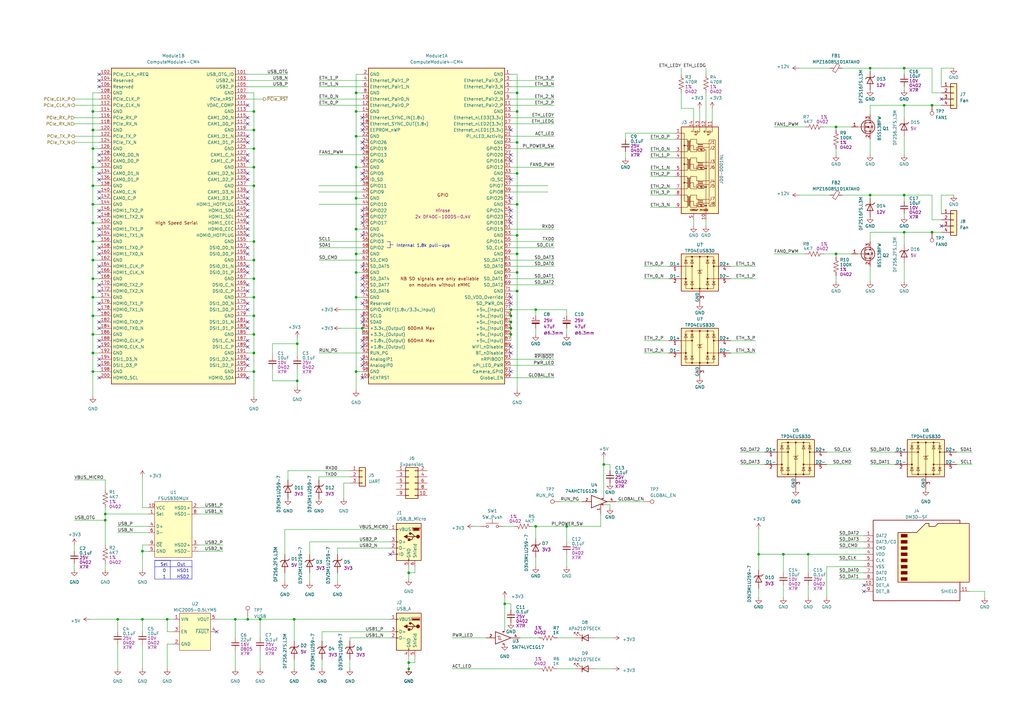
<source format=kicad_sch>
(kicad_sch (version 20210406) (generator eeschema)
  (paper "A3")
  (title_block (title "Pintry X2") (rev "${RevNum}") (company "www.cezarchirila.com") (comment 1 "2-bay NAS based on RPi CM4") (comment 9 "${DrawnBy}"))
  (lib_symbols
    (symbol "74xGxx:74AHCT1G126_1" (pin_names (offset 1.016) hide)
      (property "Reference" "U?" (at -14.605 7.62 0))
      (property "Value" "74AHCT1G126" (at -9.525 5.08 0))
      (symbol "74AHCT1G126_1_1_1"
        (pin input line (at 0 5.08 270) (length 3.937) (name "~") (number "1"))
        (pin input line (at -7.62 0 0) (length 3.81) (name "~") (number "2"))
        (pin power_in line (at 1.27 1.27 90) (length 0) (name "GND") (number "3"))
        (pin tri_state line (at 6.35 0 180) (length 3.81) (name "~") (number "4"))
        (pin power_in line (at 1.27 -1.27 270) (length 0) (name "VCC") (number "5"))
      )
    )
    (symbol "Connector:Micro_SD_Card_Det" (pin_names (offset 1.016))
      (property "Reference" "J" (at -16.51 17.78 0))
      (property "Value" "Micro_SD_Card_Det" (at 16.51 17.78 0))
      (symbol "Micro_SD_Card_Det_1_1"
        (pin bidirectional line (at -22.86 10.16 0) (length 3.81) (name "DAT2") (number "1"))
        (pin passive line (at -22.86 -10.16 0) (length 3.81) (name "DET_A") (number "10"))
        (pin passive line (at 20.32 -12.7 180) (length 3.81) (name "SHIELD") (number "11"))
        (pin bidirectional line (at -22.86 7.62 0) (length 3.81) (name "DAT3/CD") (number "2"))
        (pin input line (at -22.86 5.08 0) (length 3.81) (name "CMD") (number "3"))
        (pin power_in line (at -22.86 2.54 0) (length 3.81) (name "VDD") (number "4"))
        (pin input line (at -22.86 0 0) (length 3.81) (name "CLK") (number "5"))
        (pin power_in line (at -22.86 -2.54 0) (length 3.81) (name "VSS") (number "6"))
        (pin bidirectional line (at -22.86 -5.08 0) (length 3.81) (name "DAT0") (number "7"))
        (pin bidirectional line (at -22.86 -7.62 0) (length 3.81) (name "DAT1") (number "8"))
        (pin passive line (at -22.86 -12.7 0) (length 3.81) (name "DET_B") (number "9"))
      )
    )
    (symbol "Connector:TestPoint" (pin_numbers hide) (pin_names (offset 0.762) hide)
      (property "Reference" "TP" (at 0 6.858 0))
      (property "Value" "TestPoint" (at 0 5.08 0))
      (symbol "TestPoint_1_1"
        (pin passive line (at 0 0 90) (length 2.54) (name "1") (number "1"))
      )
    )
    (symbol "Connector:USB_A" (pin_names (offset 1.016))
      (property "Reference" "J" (at -5.08 11.43 0))
      (property "Value" "USB_A" (at -5.08 8.89 0))
      (symbol "USB_A_1_1"
        (pin power_in line (at 7.62 5.08 180) (length 2.54) (name "VBUS") (number "1"))
        (pin bidirectional line (at 7.62 -2.54 180) (length 2.54) (name "D-") (number "2"))
        (pin bidirectional line (at 7.62 0 180) (length 2.54) (name "D+") (number "3"))
        (pin power_in line (at 0 -10.16 90) (length 2.54) (name "GND") (number "4"))
        (pin passive line (at -2.54 -10.16 90) (length 2.54) (name "Shield") (number "5"))
      )
    )
    (symbol "Connector:USB_B_Micro" (pin_names (offset 1.016))
      (property "Reference" "J" (at -5.08 11.43 0))
      (property "Value" "USB_B_Micro" (at -5.08 8.89 0))
      (symbol "USB_B_Micro_1_1"
        (pin power_out line (at 7.62 5.08 180) (length 2.54) (name "VBUS") (number "1"))
        (pin bidirectional line (at 7.62 -2.54 180) (length 2.54) (name "D-") (number "2"))
        (pin bidirectional line (at 7.62 0 180) (length 2.54) (name "D+") (number "3"))
        (pin passive line (at 7.62 -5.08 180) (length 2.54) (name "ID") (number "4"))
        (pin power_out line (at 0 -10.16 90) (length 2.54) (name "GND") (number "5"))
        (pin passive line (at -2.54 -10.16 90) (length 2.54) (name "Shield") (number "6"))
      )
    )
    (symbol "Connector_Generic:Conn_01x03" (pin_names (offset 1.016) hide)
      (property "Reference" "J" (at 0 5.08 0))
      (property "Value" "Conn_01x03" (at 0 -5.08 0))
      (symbol "Conn_01x03_1_1"
        (pin passive line (at -5.08 2.54 0) (length 3.81) (name "Pin_1") (number "1"))
        (pin passive line (at -5.08 0 0) (length 3.81) (name "Pin_2") (number "2"))
        (pin passive line (at -5.08 -2.54 0) (length 3.81) (name "Pin_3") (number "3"))
      )
    )
    (symbol "Connector_Generic:Conn_01x04" (pin_names (offset 1.016) hide)
      (property "Reference" "J" (at 0 5.08 0))
      (property "Value" "Conn_01x04" (at 0 -7.62 0))
      (symbol "Conn_01x04_1_1"
        (pin passive line (at -5.08 2.54 0) (length 3.81) (name "Pin_1") (number "1"))
        (pin passive line (at -5.08 0 0) (length 3.81) (name "Pin_2") (number "2"))
        (pin passive line (at -5.08 -2.54 0) (length 3.81) (name "Pin_3") (number "3"))
        (pin passive line (at -5.08 -5.08 0) (length 3.81) (name "Pin_4") (number "4"))
      )
    )
    (symbol "Connector_Generic:Conn_02x05_Odd_Even" (pin_names (offset 1.016) hide)
      (property "Reference" "J" (at 1.27 7.62 0))
      (property "Value" "Conn_02x05_Odd_Even" (at 1.27 -7.62 0))
      (symbol "Conn_02x05_Odd_Even_1_1"
        (pin passive line (at -5.08 5.08 0) (length 3.81) (name "Pin_1") (number "1"))
        (pin passive line (at 7.62 -5.08 180) (length 3.81) (name "Pin_10") (number "10"))
        (pin passive line (at 7.62 5.08 180) (length 3.81) (name "Pin_2") (number "2"))
        (pin passive line (at -5.08 2.54 0) (length 3.81) (name "Pin_3") (number "3"))
        (pin passive line (at 7.62 2.54 180) (length 3.81) (name "Pin_4") (number "4"))
        (pin passive line (at -5.08 0 0) (length 3.81) (name "Pin_5") (number "5"))
        (pin passive line (at 7.62 0 180) (length 3.81) (name "Pin_6") (number "6"))
        (pin passive line (at -5.08 -2.54 0) (length 3.81) (name "Pin_7") (number "7"))
        (pin passive line (at 7.62 -2.54 180) (length 3.81) (name "Pin_8") (number "8"))
        (pin passive line (at -5.08 -5.08 0) (length 3.81) (name "Pin_9") (number "9"))
      )
    )
    (symbol "Device:C_Small" (pin_numbers hide) (pin_names (offset 0.254) hide)
      (property "Reference" "C" (at 0.254 1.778 0))
      (property "Value" "C_Small" (at 0.254 -2.032 0))
      (symbol "C_Small_1_1"
        (pin passive line (at 0 2.54 270) (length 2.032) (name "~") (number "1"))
        (pin passive line (at 0 -2.54 90) (length 2.032) (name "~") (number "2"))
      )
    )
    (symbol "Device:R_US" (pin_numbers hide) (pin_names (offset 0))
      (property "Reference" "R" (at 2.54 0 90))
      (property "Value" "R_US" (at -2.54 0 90))
      (symbol "R_US_1_1"
        (pin passive line (at 0 3.81 270) (length 1.27) (name "~") (number "1"))
        (pin passive line (at 0 -3.81 90) (length 1.27) (name "~") (number "2"))
      )
    )
    (symbol "PintryParts-Symbols:865080443007" (pin_numbers hide) (pin_names (offset 0.254) hide)
      (property "Reference" "C?" (at 2.54 2.54 0))
      (property "Voltage" "25V" (at 2.54 -1.27 0))
      (property "Capacitance" "47uF" (at 2.54 0.635 0))
      (property "Diameter" "⌀6.3mm" (at 6.35 -3.175 0))
      (symbol "865080443007_1_1"
        (pin passive line (at 0 2.54 270) (length 1.8542) (name "~") (number "1"))
        (pin passive line (at 0 -2.54 90) (length 1.8542) (name "~") (number "2"))
      )
    )
    (symbol "PintryParts-Symbols:APA2107SECK" (pin_numbers hide) (pin_names (offset 1.016) hide)
      (property "Reference" "D?" (at 0.1905 6.35 0))
      (property "Value" "APA2107SECK" (at 0.1905 3.81 0))
      (symbol "APA2107SECK_1_1"
        (pin passive line (at -3.81 0 0) (length 2.54) (name "K") (number "1"))
        (pin passive line (at 3.81 0 180) (length 2.54) (name "A") (number "2"))
      )
    )
    (symbol "PintryParts-Symbols:APA2107SECK_1" (pin_numbers hide) (pin_names (offset 1.016) hide)
      (property "Reference" "D?" (at 0.1905 6.35 0))
      (property "Value" "APA2107SECK" (at 0.1905 3.81 0))
      (symbol "APA2107SECK_1_1_1"
        (pin passive line (at -3.81 0 0) (length 2.54) (name "K") (number "1"))
        (pin passive line (at 3.81 0 180) (length 2.54) (name "A") (number "2"))
      )
    )
    (symbol "PintryParts-Symbols:BSS138PW" (pin_names (offset 0) hide)
      (property "Reference" "Q?" (at 6.35 0.6351 0))
      (property "Value" "BSS138PW" (at 6.35 -1.9049 0))
      (symbol "BSS138PW_1_1"
        (pin input line (at -5.08 0 0) (length 2.54) (name "G") (number "1"))
        (pin passive line (at 2.54 -5.08 90) (length 2.54) (name "S") (number "2"))
        (pin passive line (at 2.54 5.08 270) (length 2.54) (name "D") (number "3"))
      )
    )
    (symbol "PintryParts-Symbols:ComputeModule4-CM4"
      (property "Reference" "Module" (at 113.03 -68.58 0))
      (property "Value" "ComputeModule4-CM4" (at 140.97 2.54 0))
      (property "Field4" "Hirose" (at 0 0 0))
      (property "Field5" "2x DF40C-100DS-0.4V" (at 0 -2.54 0))
      (symbol "ComputeModule4-CM4_1_0"
        (text "GPIO" (at 0 6.35 0) (effects (font (size 1.27 1.27))))
      )
      (symbol "ComputeModule4-CM4_1_1"
        (text "600mA Max" (at -8.89 -53.34 0) (effects (font (size 1.27 1.27))))
        (text "600mA Max" (at -8.89 -48.26 0) (effects (font (size 1.27 1.27))))
        (text "NB SD signals are only available" (at -1.27 -27.94 0) (effects (font (size 1.27 1.27))))
        (text "on modules without eMMC" (at -1.27 -30.48 0) (effects (font (size 1.27 1.27))))
        (pin power_in line (at 27.94 55.88 180) (length 2.54) (name "GND") (number "1"))
        (pin passive line (at -33.02 45.72 0) (length 2.54) (name "Ethernet_Pair0_N") (number "10"))
        (pin output line (at -33.02 -68.58 0) (length 2.54) (name "nEXTRST") (number "100"))
        (pin passive line (at 27.94 43.18 180) (length 2.54) (name "Ethernet_Pair2_P") (number "11"))
        (pin passive line (at -33.02 43.18 0) (length 2.54) (name "Ethernet_Pair0_P") (number "12"))
        (pin power_in line (at 27.94 40.64 180) (length 2.54) (name "GND") (number "13"))
        (pin power_in line (at -33.02 40.64 0) (length 2.54) (name "GND") (number "14"))
        (pin output line (at 27.94 38.1 180) (length 2.54) (name "Ethernet_nLED3(3.3v)") (number "15"))
        (pin input line (at -33.02 38.1 0) (length 2.54) (name "Ethernet_SYNC_IN(1.8v)") (number "16"))
        (pin output line (at 27.94 35.56 180) (length 2.54) (name "Ethernet_nLED2(3.3v)") (number "17"))
        (pin input line (at -33.02 35.56 0) (length 2.54) (name "Ethernet_SYNC_OUT(1.8v)") (number "18"))
        (pin output line (at 27.94 33.02 180) (length 2.54) (name "Ethernet_nLED1(3.3v)") (number "19"))
        (pin power_in line (at -33.02 55.88 0) (length 2.54) (name "GND") (number "2"))
        (pin passive line (at -33.02 33.02 0) (length 2.54) (name "EEPROM_nWP") (number "20"))
        (pin open_collector line (at 27.94 30.48 180) (length 2.54) (name "PI_nLED_Activity") (number "21"))
        (pin power_in line (at -33.02 30.48 0) (length 2.54) (name "GND") (number "22"))
        (pin power_in line (at 27.94 27.94 180) (length 2.54) (name "GND") (number "23"))
        (pin passive line (at -33.02 27.94 0) (length 2.54) (name "GPIO26") (number "24"))
        (pin passive line (at 27.94 25.4 180) (length 2.54) (name "GPIO21") (number "25"))
        (pin passive line (at -33.02 25.4 0) (length 2.54) (name "GPIO19") (number "26"))
        (pin passive line (at 27.94 22.86 180) (length 2.54) (name "GPIO20") (number "27"))
        (pin passive line (at -33.02 22.86 0) (length 2.54) (name "GPIO13") (number "28"))
        (pin passive line (at 27.94 20.32 180) (length 2.54) (name "GPIO16") (number "29"))
        (pin passive line (at 27.94 53.34 180) (length 2.54) (name "Ethernet_Pair3_P") (number "3"))
        (pin passive line (at -33.02 20.32 0) (length 2.54) (name "GPIO6") (number "30"))
        (pin passive line (at 27.94 17.78 180) (length 2.54) (name "GPIO12") (number "31"))
        (pin power_in line (at -33.02 17.78 0) (length 2.54) (name "GND") (number "32"))
        (pin power_in line (at 27.94 15.24 180) (length 2.54) (name "GND") (number "33"))
        (pin passive line (at -33.02 15.24 0) (length 2.54) (name "GPIO5") (number "34"))
        (pin passive line (at 27.94 12.7 180) (length 2.54) (name "ID_SC") (number "35"))
        (pin passive line (at -33.02 12.7 0) (length 2.54) (name "ID_SD") (number "36"))
        (pin passive line (at 27.94 10.16 180) (length 2.54) (name "GPIO7") (number "37"))
        (pin passive line (at -33.02 10.16 0) (length 2.54) (name "GPIO11") (number "38"))
        (pin passive line (at 27.94 7.62 180) (length 2.54) (name "GPIO8") (number "39"))
        (pin passive line (at -33.02 53.34 0) (length 2.54) (name "Ethernet_Pair1_P") (number "4"))
        (pin passive line (at -33.02 7.62 0) (length 2.54) (name "GPIO9") (number "40"))
        (pin passive line (at 27.94 5.08 180) (length 2.54) (name "GPIO25") (number "41"))
        (pin power_in line (at -33.02 5.08 0) (length 2.54) (name "GND") (number "42"))
        (pin power_in line (at 27.94 2.54 180) (length 2.54) (name "GND") (number "43"))
        (pin passive line (at -33.02 2.54 0) (length 2.54) (name "GPIO10") (number "44"))
        (pin passive line (at 27.94 0 180) (length 2.54) (name "GPIO24") (number "45"))
        (pin passive line (at -33.02 0 0) (length 2.54) (name "GPIO22") (number "46"))
        (pin passive line (at 27.94 -2.54 180) (length 2.54) (name "GPIO23") (number "47"))
        (pin passive line (at -33.02 -2.54 0) (length 2.54) (name "GPIO27") (number "48"))
        (pin passive line (at 27.94 -5.08 180) (length 2.54) (name "GPIO18") (number "49"))
        (pin passive line (at 27.94 50.8 180) (length 2.54) (name "Ethernet_Pair3_N") (number "5"))
        (pin passive line (at -33.02 -5.08 0) (length 2.54) (name "GPIO17") (number "50"))
        (pin passive line (at 27.94 -7.62 180) (length 2.54) (name "GPIO15") (number "51"))
        (pin power_in line (at -33.02 -7.62 0) (length 2.54) (name "GND") (number "52"))
        (pin power_in line (at 27.94 -10.16 180) (length 2.54) (name "GND") (number "53"))
        (pin passive line (at -33.02 -10.16 0) (length 2.54) (name "GPIO4") (number "54"))
        (pin passive line (at 27.94 -12.7 180) (length 2.54) (name "GPIO14") (number "55"))
        (pin passive line (at -33.02 -12.7 0) (length 2.54) (name "GPIO3") (number "56"))
        (pin passive line (at 27.94 -15.24 180) (length 2.54) (name "SD_CLK") (number "57"))
        (pin passive line (at -33.02 -15.24 0) (length 2.54) (name "GPIO2") (number "58"))
        (pin power_in line (at 27.94 -17.78 180) (length 2.54) (name "GND") (number "59"))
        (pin passive line (at -33.02 50.8 0) (length 2.54) (name "Ethernet_Pair1_N") (number "6"))
        (pin power_in line (at -33.02 -17.78 0) (length 2.54) (name "GND") (number "60"))
        (pin passive line (at 27.94 -20.32 180) (length 2.54) (name "SD_DAT3") (number "61"))
        (pin passive line (at -33.02 -20.32 0) (length 2.54) (name "SD_CMD") (number "62"))
        (pin passive line (at 27.94 -22.86 180) (length 2.54) (name "SD_DAT0") (number "63"))
        (pin passive line (at -33.02 -22.86 0) (length 2.54) (name "SD_DAT5") (number "64"))
        (pin power_in line (at 27.94 -25.4 180) (length 2.54) (name "GND") (number "65"))
        (pin power_in line (at -33.02 -25.4 0) (length 2.54) (name "GND") (number "66"))
        (pin passive line (at 27.94 -27.94 180) (length 2.54) (name "SD_DAT1") (number "67"))
        (pin passive line (at -33.02 -27.94 0) (length 2.54) (name "SD_DAT4") (number "68"))
        (pin passive line (at 27.94 -30.48 180) (length 2.54) (name "SD_DAT2") (number "69"))
        (pin power_in line (at 27.94 48.26 180) (length 2.54) (name "GND") (number "7"))
        (pin passive line (at -33.02 -30.48 0) (length 2.54) (name "SD_DAT7") (number "70"))
        (pin power_in line (at 27.94 -33.02 180) (length 2.54) (name "GND") (number "71"))
        (pin passive line (at -33.02 -33.02 0) (length 2.54) (name "SD_DAT6") (number "72"))
        (pin input line (at 27.94 -35.56 180) (length 2.54) (name "SD_VDD_Override") (number "73"))
        (pin power_in line (at -33.02 -35.56 0) (length 2.54) (name "GND") (number "74"))
        (pin output line (at 27.94 -38.1 180) (length 2.54) (name "SD_PWR_ON") (number "75"))
        (pin passive line (at -33.02 -38.1 0) (length 2.54) (name "Reserved") (number "76"))
        (pin power_in line (at 27.94 -40.64 180) (length 2.54) (name "+5v_(Input)") (number "77"))
        (pin power_in line (at -33.02 -40.64 0) (length 2.54) (name "GPIO_VREF(1.8v/3.3v_Input)") (number "78"))
        (pin power_in line (at 27.94 -43.18 180) (length 2.54) (name "+5v_(Input)") (number "79"))
        (pin power_in line (at -33.02 48.26 0) (length 2.54) (name "GND") (number "8"))
        (pin passive line (at -33.02 -43.18 0) (length 2.54) (name "SCL0") (number "80"))
        (pin power_in line (at 27.94 -45.72 180) (length 2.54) (name "+5v_(Input)") (number "81"))
        (pin passive line (at -33.02 -45.72 0) (length 2.54) (name "SDA0") (number "82"))
        (pin power_in line (at 27.94 -48.26 180) (length 2.54) (name "+5v_(Input)") (number "83"))
        (pin power_out line (at -33.02 -48.26 0) (length 2.54) (name "+3.3v_(Output)") (number "84"))
        (pin power_in line (at 27.94 -50.8 180) (length 2.54) (name "+5v_(Input)") (number "85"))
        (pin power_out line (at -33.02 -50.8 0) (length 2.54) (name "+3.3v_(Output)") (number "86"))
        (pin power_in line (at 27.94 -53.34 180) (length 2.54) (name "+5v_(Input)") (number "87"))
        (pin power_out line (at -33.02 -53.34 0) (length 2.54) (name "+1.8v_(Output)") (number "88"))
        (pin power_in line (at 27.94 -55.88 180) (length 2.54) (name "WiFi_nDisable") (number "89"))
        (pin passive line (at 27.94 45.72 180) (length 2.54) (name "Ethernet_Pair2_N") (number "9"))
        (pin power_out line (at -33.02 -55.88 0) (length 2.54) (name "+1.8v_(Output)") (number "90"))
        (pin power_in line (at 27.94 -58.42 180) (length 2.54) (name "BT_nDisable") (number "91"))
        (pin passive line (at -33.02 -58.42 0) (length 2.54) (name "RUN_PG") (number "92"))
        (pin input line (at 27.94 -60.96 180) (length 2.54) (name "nRPIBOOT") (number "93"))
        (pin passive line (at -33.02 -60.96 0) (length 2.54) (name "AnalogIP1") (number "94"))
        (pin output line (at 27.94 -63.5 180) (length 2.54) (name "nPI_LED_PWR") (number "95"))
        (pin passive line (at -33.02 -63.5 0) (length 2.54) (name "AnalogIP0") (number "96"))
        (pin passive line (at 27.94 -66.04 180) (length 2.54) (name "Camera_GPIO") (number "97"))
        (pin power_in line (at -33.02 -66.04 0) (length 2.54) (name "GND") (number "98"))
        (pin input line (at 27.94 -68.58 180) (length 2.54) (name "Global_EN") (number "99"))
      )
      (symbol "ComputeModule4-CM4_2_1"
        (text "High Speed Serial" (at 140.97 0 0) (effects (font (size 1.27 1.27))))
        (pin input line (at 170.18 60.96 180) (length 5.08) (name "USB_OTG_ID") (number "101"))
        (pin input line (at 109.22 60.96 0) (length 5.08) (name "PCIe_CLK_nREQ") (number "102"))
        (pin passive line (at 170.18 58.42 180) (length 5.08) (name "USB2_N") (number "103"))
        (pin passive line (at 109.22 58.42 0) (length 5.08) (name "Reserved") (number "104"))
        (pin passive line (at 170.18 55.88 180) (length 5.08) (name "USB2_P") (number "105"))
        (pin passive line (at 109.22 55.88 0) (length 5.08) (name "Reserved") (number "106"))
        (pin power_in line (at 170.18 53.34 180) (length 5.08) (name "GND") (number "107"))
        (pin power_in line (at 109.22 53.34 0) (length 5.08) (name "GND") (number "108"))
        (pin bidirectional line (at 170.18 50.8 180) (length 5.08) (name "PCIe_nRST") (number "109"))
        (pin output line (at 109.22 50.8 0) (length 5.08) (name "PCIe_CLK_P") (number "110"))
        (pin passive line (at 170.18 48.26 180) (length 5.08) (name "VDAC_COMP") (number "111"))
        (pin output line (at 109.22 48.26 0) (length 5.08) (name "PCIe_CLK_N") (number "112"))
        (pin power_in line (at 170.18 45.72 180) (length 5.08) (name "GND") (number "113"))
        (pin power_in line (at 109.22 45.72 0) (length 5.08) (name "GND") (number "114"))
        (pin input line (at 170.18 43.18 180) (length 5.08) (name "CAM1_D0_N") (number "115"))
        (pin input line (at 109.22 43.18 0) (length 5.08) (name "PCIe_RX_P") (number "116"))
        (pin input line (at 170.18 40.64 180) (length 5.08) (name "CAM1_D0_P") (number "117"))
        (pin input line (at 109.22 40.64 0) (length 5.08) (name "PCIe_RX_N") (number "118"))
        (pin power_in line (at 170.18 38.1 180) (length 5.08) (name "GND") (number "119"))
        (pin power_in line (at 109.22 38.1 0) (length 5.08) (name "GND") (number "120"))
        (pin input line (at 170.18 35.56 180) (length 5.08) (name "CAM1_D1_N") (number "121"))
        (pin output line (at 109.22 35.56 0) (length 5.08) (name "PCIe_TX_P") (number "122"))
        (pin input line (at 170.18 33.02 180) (length 5.08) (name "CAM1_D1_P") (number "123"))
        (pin output line (at 109.22 33.02 0) (length 5.08) (name "PCIe_TX_N") (number "124"))
        (pin power_in line (at 170.18 30.48 180) (length 5.08) (name "GND") (number "125"))
        (pin power_in line (at 109.22 30.48 0) (length 5.08) (name "GND") (number "126"))
        (pin input line (at 170.18 27.94 180) (length 5.08) (name "CAM1_C_N") (number "127"))
        (pin input line (at 109.22 27.94 0) (length 5.08) (name "CAM0_D0_N") (number "128"))
        (pin input line (at 170.18 25.4 180) (length 5.08) (name "CAM1_C_P") (number "129"))
        (pin input line (at 109.22 25.4 0) (length 5.08) (name "CAM0_D0_P") (number "130"))
        (pin power_in line (at 170.18 22.86 180) (length 5.08) (name "GND") (number "131"))
        (pin power_in line (at 109.22 22.86 0) (length 5.08) (name "GND") (number "132"))
        (pin input line (at 170.18 20.32 180) (length 5.08) (name "CAM1_D2_N") (number "133"))
        (pin input line (at 109.22 20.32 0) (length 5.08) (name "CAM0_D1_N") (number "134"))
        (pin input line (at 170.18 17.78 180) (length 5.08) (name "CAM1_D2_P") (number "135"))
        (pin input line (at 109.22 17.78 0) (length 5.08) (name "CAM0_D1_P") (number "136"))
        (pin power_in line (at 170.18 15.24 180) (length 5.08) (name "GND") (number "137"))
        (pin power_in line (at 109.22 15.24 0) (length 5.08) (name "GND") (number "138"))
        (pin input line (at 170.18 12.7 180) (length 5.08) (name "CAM1_D3_N") (number "139"))
        (pin input line (at 109.22 12.7 0) (length 5.08) (name "CAM0_C_N") (number "140"))
        (pin input line (at 170.18 10.16 180) (length 5.08) (name "CAM1_D3_P") (number "141"))
        (pin input line (at 109.22 10.16 0) (length 5.08) (name "CAM0_C_P") (number "142"))
        (pin input line (at 170.18 7.62 180) (length 5.08) (name "HDMI1_HOTPLUG") (number "143"))
        (pin power_in line (at 109.22 7.62 0) (length 5.08) (name "GND") (number "144"))
        (pin bidirectional line (at 170.18 5.08 180) (length 5.08) (name "HDMI1_SDA") (number "145"))
        (pin output line (at 109.22 5.08 0) (length 5.08) (name "HDMI1_TX2_P") (number "146"))
        (pin open_collector line (at 170.18 2.54 180) (length 5.08) (name "HDMI1_SCL") (number "147"))
        (pin output line (at 109.22 2.54 0) (length 5.08) (name "HDMI1_TX2_N") (number "148"))
        (pin open_collector line (at 170.18 0 180) (length 5.08) (name "HDMI1_CEC") (number "149"))
        (pin power_in line (at 109.22 0 0) (length 5.08) (name "GND") (number "150"))
        (pin open_collector line (at 170.18 -2.54 180) (length 5.08) (name "HDMI0_CEC") (number "151"))
        (pin output line (at 109.22 -2.54 0) (length 5.08) (name "HDMI1_TX1_P") (number "152"))
        (pin input line (at 170.18 -5.08 180) (length 5.08) (name "HDMI0_HOTPLUG") (number "153"))
        (pin output line (at 109.22 -5.08 0) (length 5.08) (name "HDMI1_TX1_N") (number "154"))
        (pin power_in line (at 170.18 -7.62 180) (length 5.08) (name "GND") (number "155"))
        (pin power_in line (at 109.22 -7.62 0) (length 5.08) (name "GND") (number "156"))
        (pin output line (at 170.18 -10.16 180) (length 5.08) (name "DSI0_D0_N") (number "157"))
        (pin output line (at 109.22 -10.16 0) (length 5.08) (name "HDMI1_TX0_P") (number "158"))
        (pin output line (at 170.18 -12.7 180) (length 5.08) (name "DSI0_D0_P") (number "159"))
        (pin output line (at 109.22 -12.7 0) (length 5.08) (name "HDMI1_TX0_N") (number "160"))
        (pin power_in line (at 170.18 -15.24 180) (length 5.08) (name "GND") (number "161"))
        (pin power_in line (at 109.22 -15.24 0) (length 5.08) (name "GND") (number "162"))
        (pin output line (at 170.18 -17.78 180) (length 5.08) (name "DSI0_D1_N") (number "163"))
        (pin output line (at 109.22 -17.78 0) (length 5.08) (name "HDMI1_CLK_P") (number "164"))
        (pin output line (at 170.18 -20.32 180) (length 5.08) (name "DSI0_D1_P") (number "165"))
        (pin output line (at 109.22 -20.32 0) (length 5.08) (name "HDMI1_CLK_N") (number "166"))
        (pin power_in line (at 170.18 -22.86 180) (length 5.08) (name "GND") (number "167"))
        (pin power_in line (at 109.22 -22.86 0) (length 5.08) (name "GND") (number "168"))
        (pin output line (at 170.18 -25.4 180) (length 5.08) (name "DSI0_C_N") (number "169"))
        (pin output line (at 109.22 -25.4 0) (length 5.08) (name "HDMI0_TX2_P") (number "170"))
        (pin output line (at 170.18 -27.94 180) (length 5.08) (name "DSI0_C_P") (number "171"))
        (pin output line (at 109.22 -27.94 0) (length 5.08) (name "HDMI0_TX2_N") (number "172"))
        (pin power_in line (at 170.18 -30.48 180) (length 5.08) (name "GND") (number "173"))
        (pin power_in line (at 109.22 -30.48 0) (length 5.08) (name "GND") (number "174"))
        (pin output line (at 170.18 -33.02 180) (length 5.08) (name "DSI1_D0_N") (number "175"))
        (pin output line (at 109.22 -33.02 0) (length 5.08) (name "HDMI0_TX1_P") (number "176"))
        (pin output line (at 170.18 -35.56 180) (length 5.08) (name "DSI1_D0_P") (number "177"))
        (pin output line (at 109.22 -35.56 0) (length 5.08) (name "HDMI0_TX1_N") (number "178"))
        (pin power_in line (at 170.18 -38.1 180) (length 5.08) (name "GND") (number "179"))
        (pin power_in line (at 109.22 -38.1 0) (length 5.08) (name "GND") (number "180"))
        (pin output line (at 170.18 -40.64 180) (length 5.08) (name "DSI1_D1_N") (number "181"))
        (pin output line (at 109.22 -40.64 0) (length 5.08) (name "HDMI0_TX0_P") (number "182"))
        (pin output line (at 170.18 -43.18 180) (length 5.08) (name "DSI1_D1_P") (number "183"))
        (pin output line (at 109.22 -43.18 0) (length 5.08) (name "HDMI0_TX0_N") (number "184"))
        (pin power_in line (at 170.18 -45.72 180) (length 5.08) (name "GND") (number "185"))
        (pin power_in line (at 109.22 -45.72 0) (length 5.08) (name "GND") (number "186"))
        (pin output line (at 170.18 -48.26 180) (length 5.08) (name "DSI1_C_N") (number "187"))
        (pin output line (at 109.22 -48.26 0) (length 5.08) (name "HDMI0_CLK_P") (number "188"))
        (pin output line (at 170.18 -50.8 180) (length 5.08) (name "DSI1_C_P") (number "189"))
        (pin output line (at 109.22 -50.8 0) (length 5.08) (name "HDMI0_CLK_N") (number "190"))
        (pin power_in line (at 170.18 -53.34 180) (length 5.08) (name "GND") (number "191"))
        (pin power_in line (at 109.22 -53.34 0) (length 5.08) (name "GND") (number "192"))
        (pin output line (at 170.18 -55.88 180) (length 5.08) (name "DSI1_D2_N") (number "193"))
        (pin output line (at 109.22 -55.88 0) (length 5.08) (name "DSI1_D3_N") (number "194"))
        (pin output line (at 170.18 -58.42 180) (length 5.08) (name "DSI1_D2_P") (number "195"))
        (pin output line (at 109.22 -58.42 0) (length 5.08) (name "DSI1_D3_P") (number "196"))
        (pin power_in line (at 170.18 -60.96 180) (length 5.08) (name "GND") (number "197"))
        (pin power_in line (at 109.22 -60.96 0) (length 5.08) (name "GND") (number "198"))
        (pin bidirectional line (at 170.18 -63.5 180) (length 5.08) (name "HDMI0_SDA") (number "199"))
        (pin open_collector line (at 109.22 -63.5 0) (length 5.08) (name "HDMI0_SCL") (number "200"))
      )
    )
    (symbol "PintryParts-Symbols:D3V3M1U259-7" (pin_numbers hide) (pin_names (offset 1.016) hide)
      (property "Reference" "D?" (at 3.81 0.6351 90))
      (property "Value" "D3V3M1U259-7" (at 3.81 -3.1749 90))
      (property "VRWM" "3V3" (at 3.81 -1.27 90))
      (symbol "D3V3M1U259-7_1_1"
        (pin passive line (at -3.81 0 0) (length 2.54) (name "K") (number "1"))
        (pin passive line (at 3.81 0 180) (length 2.54) (name "A") (number "2"))
      )
    )
    (symbol "PintryParts-Symbols:DF2S16FS,L3M" (pin_numbers hide) (pin_names (offset 1.016) hide)
      (property "Reference" "D?" (at 3.81 0.6351 90))
      (property "Value" "DF2S16FS,L3M" (at 3.81 -3.1749 90))
      (property "VRWM" "12V" (at 3.81 -1.27 90))
      (symbol "DF2S16FS,L3M_1_1"
        (pin passive line (at -3.81 0 0) (length 2.54) (name "K") (number "1"))
        (pin passive line (at 3.81 0 180) (length 2.54) (name "A") (number "2"))
      )
    )
    (symbol "PintryParts-Symbols:DF2S6.2FS,L3M" (pin_numbers hide) (pin_names (offset 1.016) hide)
      (property "Reference" "D?" (at 3.81 0.6351 90))
      (property "Value" "DF2S6.2FS,L3M" (at 3.81 -3.1749 90))
      (property "VRWM" "5V" (at 3.81 -1.27 90))
      (symbol "DF2S6.2FS,L3M_1_1"
        (pin passive line (at -3.81 0 0) (length 2.54) (name "K") (number "1"))
        (pin passive line (at 3.81 0 180) (length 2.54) (name "A") (number "2"))
      )
    )
    (symbol "PintryParts-Symbols:FSUSB30MUX"
      (property "Reference" "U" (at 10.16 6.35 0))
      (property "Value" "FSUSB30MUX" (at 10.16 3.81 0))
      (symbol "FSUSB30MUX_0_0"
        (pin input line (at 0 -2.54 0) (length 2.54) (name "Sel") (number "1"))
        (pin power_in line (at 0 0 0) (length 2.54) (name "VCC") (number "10"))
        (pin output line (at 20.32 0 180) (length 2.54) (name "HSD1+") (number "2"))
        (pin output line (at 20.32 -15.24 180) (length 2.54) (name "HSD2+") (number "3"))
        (pin input line (at 0 -7.62 0) (length 2.54) (name "D+") (number "4"))
        (pin power_in line (at 0 -17.78 0) (length 2.54) (name "GND") (number "5"))
        (pin input line (at 0 -10.16 0) (length 2.54) (name "D-") (number "6"))
        (pin output line (at 20.32 -17.78 180) (length 2.54) (name "HSD2-") (number "7"))
        (pin output line (at 20.32 -2.54 180) (length 2.54) (name "HSD1-") (number "8"))
        (pin input line (at 0 -15.24 0) (length 2.54) (name "~OE") (number "9"))
      )
    )
    (symbol "PintryParts-Symbols:JD0-0001NL" (pin_names (offset 0.0254) hide)
      (property "Reference" "J" (at -2.54 25.4 0))
      (property "Value" "JD0-0001NL" (at 10.16 0 90))
      (symbol "JD0-0001NL_0_0"
        (text "1000pF 2kV" (at -1.27 -16.256 0) (effects (font (size 0.635 0.635))))
        (text "75" (at 0.508 -14.478 0) (effects (font (size 0.635 0.635))))
        (text "75" (at 0.508 -6.858 0) (effects (font (size 0.635 0.635))))
        (text "75" (at 0.508 0.762 0) (effects (font (size 0.635 0.635))))
        (text "75" (at 0.508 8.382 0) (effects (font (size 0.635 0.635))))
        (text "G" (at 1.905 15.875 0) (effects (font (size 0.635 0.635))))
        (text "J1" (at 5.08 11.43 0) (effects (font (size 1.27 1.27))))
        (text "J2" (at 5.08 9.144 0) (effects (font (size 1.27 1.27))))
        (text "J3" (at 5.08 3.556 0) (effects (font (size 1.27 1.27))))
        (text "J4" (at 5.08 -4.445 0) (effects (font (size 1.27 1.27))))
        (text "J5" (at 5.08 -6.35 0) (effects (font (size 1.27 1.27))))
        (text "J6" (at 5.08 1.27 0) (effects (font (size 1.27 1.27))))
        (text "J7" (at 5.08 -11.684 0) (effects (font (size 1.27 1.27))))
        (text "J8" (at 5.08 -13.716 0) (effects (font (size 1.27 1.27))))
        (text "Y" (at -3.175 15.875 0) (effects (font (size 0.635 0.635))))
      )
      (symbol "JD0-0001NL_0_1"
        (pin passive line (at -2.54 -20.32 90) (length 2.54) (name "~") (number "S"))
      )
      (symbol "JD0-0001NL_1_1"
        (pin passive line (at -10.16 15.24 0) (length 2.54) (name "~") (number "1"))
        (pin passive line (at 2.54 -20.32 90) (length 2.54) (name "~") (number "10"))
        (pin passive line (at 5.08 20.32 270) (length 2.54) (name "~") (number "11"))
        (pin passive line (at 2.54 20.32 270) (length 2.54) (name "~") (number "12"))
        (pin passive line (at 0 20.32 270) (length 2.54) (name "~") (number "13"))
        (pin passive line (at -2.54 20.32 270) (length 2.54) (name "~") (number "14"))
        (pin passive line (at -10.16 12.7 0) (length 2.54) (name "~") (number "2"))
        (pin passive line (at -10.16 7.62 0) (length 2.54) (name "~") (number "3"))
        (pin passive line (at -10.16 5.08 0) (length 2.54) (name "~") (number "4"))
        (pin passive line (at -10.16 0 0) (length 2.54) (name "~") (number "5"))
        (pin passive line (at -10.16 -2.54 0) (length 2.54) (name "~") (number "6"))
        (pin passive line (at -10.16 -7.62 0) (length 2.54) (name "~") (number "7"))
        (pin passive line (at -10.16 -10.16 0) (length 2.54) (name "~") (number "8"))
        (pin passive line (at -10.16 -15.24 0) (length 2.54) (name "~") (number "9"))
      )
    )
    (symbol "PintryParts-Symbols:MIC2005-0.5LYM5"
      (property "Reference" "U" (at 8.89 6.35 0))
      (property "Value" "MIC2005-0.5LYM5" (at 8.89 3.81 0))
      (symbol "MIC2005-0.5LYM5_0_0"
        (pin power_in line (at 0 0 0) (length 2.54) (name "VIN") (number "1"))
        (pin power_in line (at 0 -10.16 0) (length 2.54) (name "GND") (number "2"))
        (pin input line (at 0 -5.08 0) (length 2.54) (name "EN") (number "3"))
        (pin open_collector line (at 17.78 -5.08 180) (length 2.54) (name "~FAULT") (number "4"))
        (pin power_out line (at 17.78 0 180) (length 2.54) (name "VOUT") (number "5"))
      )
    )
    (symbol "PintryParts-Symbols:MPZ1608S101ATAH0" (pin_numbers hide) (pin_names (offset 0))
      (property "Reference" "FB?" (at -5.08 0 90))
      (property "Value" "MPZ1608S101ATAH0" (at -3.175 0.635 90))
      (symbol "MPZ1608S101ATAH0_1_1"
        (pin passive line (at 0 2.54 270) (length 1.27) (name "~") (number "1"))
        (pin passive line (at 0 -2.54 90) (length 1.27) (name "~") (number "2"))
      )
    )
    (symbol "PintryParts-Symbols:SN74LVC1G17" (pin_names (offset 1.016) hide)
      (property "Reference" "U?" (at -0.635 6.35 0))
      (property "Value" "SN74LVC1G17" (at -0.635 3.81 0))
      (symbol "SN74LVC1G17_1_1"
        (pin input line (at -7.62 0 0) (length 3.81) (name "~") (number "2"))
        (pin power_in line (at 0 -2.54 270) (length 0) (name "GND") (number "3"))
        (pin output line (at 6.35 0 180) (length 3.81) (name "~") (number "4"))
        (pin power_in line (at 0 2.54 90) (length 0) (name "VCC") (number "5"))
      )
    )
    (symbol "PintryParts-Symbols:TPD4EUSB30" (pin_names (offset 0))
      (property "Reference" "U" (at -0.635 8.89 0))
      (property "Value" "TPD4EUSB30" (at 8.89 -10.16 0))
      (symbol "TPD4EUSB30_1_1"
        (pin passive line (at -12.7 2.54 0) (length 5.08) (name "D1+") (number "1"))
        (pin passive line (at -12.7 2.54 0) (length 5.08) hide (name "~") (number "10"))
        (pin passive line (at -12.7 -2.54 0) (length 5.08) (name "D1-") (number "2"))
        (pin power_in line (at 0 -12.7 90) (length 5.08) (name "GND") (number "3"))
        (pin passive line (at 12.7 2.54 180) (length 5.08) (name "D2+") (number "4"))
        (pin passive line (at 12.7 -2.54 180) (length 5.08) (name "D2-") (number "5"))
        (pin passive line (at 12.7 -2.54 180) (length 5.08) hide (name "~") (number "6"))
        (pin passive line (at 12.7 2.54 180) (length 5.08) hide (name "~") (number "7"))
        (pin passive line (at 0 -12.7 90) (length 5.08) hide (name "GND") (number "8"))
        (pin passive line (at -12.7 -2.54 0) (length 5.08) hide (name "~") (number "9"))
      )
    )
    (symbol "Switch:SW_Push" (pin_numbers hide) (pin_names (offset 1.016) hide)
      (property "Reference" "SW" (at 1.27 2.54 0))
      (property "Value" "SW_Push" (at 0 -1.524 0))
      (symbol "SW_Push_0_1"
        (pin passive line (at -5.08 0 0) (length 2.54) (name "1") (number "1"))
        (pin passive line (at 5.08 0 180) (length 2.54) (name "2") (number "2"))
      )
    )
    (symbol "power:+12V" (power) (pin_names (offset 0))
      (property "Value" "+12V" (at 0 3.556 0))
      (symbol "+12V_1_1"
        (pin power_in line (at 0 0 90) (length 0) hide (name "+12V") (number "1"))
      )
    )
    (symbol "power:+3.3V" (power) (pin_names (offset 0))
      (property "Value" "+3.3V" (at 0 3.556 0))
      (symbol "+3.3V_1_1"
        (pin power_in line (at 0 0 90) (length 0) hide (name "+3V3") (number "1"))
      )
    )
    (symbol "power:+5V" (power) (pin_names (offset 0))
      (property "Value" "+5V" (at 0 3.556 0))
      (symbol "+5V_1_1"
        (pin power_in line (at 0 0 90) (length 0) hide (name "+5V") (number "1"))
      )
    )
    (symbol "power:GND" (power) (pin_names (offset 0))
      (property "Value" "GND" (at 0 -3.81 0))
      (symbol "GND_1_1"
        (pin power_in line (at 0 0 270) (length 0) hide (name "GND") (number "1"))
      )
    )
  )
  (junction (at 38.1 45.72) (diameter 0.9144))
  (junction (at 38.1 53.34) (diameter 0.9144))
  (junction (at 38.1 60.96) (diameter 0.9144))
  (junction (at 38.1 68.58) (diameter 0.9144))
  (junction (at 38.1 76.2) (diameter 0.9144))
  (junction (at 38.1 83.82) (diameter 0.9144))
  (junction (at 38.1 91.44) (diameter 0.9144))
  (junction (at 38.1 99.06) (diameter 0.9144))
  (junction (at 38.1 106.68) (diameter 0.9144))
  (junction (at 38.1 114.3) (diameter 0.9144))
  (junction (at 38.1 121.92) (diameter 0.9144))
  (junction (at 38.1 129.54) (diameter 0.9144))
  (junction (at 38.1 137.16) (diameter 0.9144))
  (junction (at 38.1 144.78) (diameter 0.9144))
  (junction (at 38.1 152.4) (diameter 0.9144))
  (junction (at 43.18 210.82) (diameter 0.9144))
  (junction (at 43.18 213.36) (diameter 0.9144))
  (junction (at 48.26 254) (diameter 0.9144))
  (junction (at 58.42 226.06) (diameter 0.9144))
  (junction (at 58.42 254) (diameter 0.9144))
  (junction (at 68.58 254) (diameter 0.9144))
  (junction (at 96.52 254) (diameter 0.9144))
  (junction (at 101.6 254) (diameter 0.9144))
  (junction (at 104.14 45.72) (diameter 0.9144))
  (junction (at 104.14 53.34) (diameter 0.9144))
  (junction (at 104.14 60.96) (diameter 0.9144))
  (junction (at 104.14 68.58) (diameter 0.9144))
  (junction (at 104.14 76.2) (diameter 0.9144))
  (junction (at 104.14 99.06) (diameter 0.9144))
  (junction (at 104.14 106.68) (diameter 0.9144))
  (junction (at 104.14 114.3) (diameter 0.9144))
  (junction (at 104.14 121.92) (diameter 0.9144))
  (junction (at 104.14 129.54) (diameter 0.9144))
  (junction (at 104.14 137.16) (diameter 0.9144))
  (junction (at 104.14 144.78) (diameter 0.9144))
  (junction (at 104.14 152.4) (diameter 0.9144))
  (junction (at 106.68 254) (diameter 0.9144))
  (junction (at 120.65 254) (diameter 0.9144))
  (junction (at 121.92 140.97) (diameter 0.9144))
  (junction (at 121.92 156.21) (diameter 0.9144))
  (junction (at 146.05 38.1) (diameter 0.9144))
  (junction (at 146.05 45.72) (diameter 0.9144))
  (junction (at 146.05 55.88) (diameter 0.9144))
  (junction (at 146.05 68.58) (diameter 0.9144))
  (junction (at 146.05 81.28) (diameter 0.9144))
  (junction (at 146.05 93.98) (diameter 0.9144))
  (junction (at 146.05 104.14) (diameter 0.9144))
  (junction (at 146.05 111.76) (diameter 0.9144))
  (junction (at 146.05 121.92) (diameter 0.9144))
  (junction (at 146.05 152.4) (diameter 0.9144))
  (junction (at 148.59 134.62) (diameter 0.9144))
  (junction (at 167.64 234.95) (diameter 0.9144))
  (junction (at 167.64 271.78) (diameter 0.9144))
  (junction (at 167.64 274.32) (diameter 0.9144))
  (junction (at 207.01 247.65) (diameter 0.9144))
  (junction (at 209.55 127) (diameter 0.9144))
  (junction (at 209.55 129.54) (diameter 0.9144))
  (junction (at 209.55 132.08) (diameter 0.9144))
  (junction (at 209.55 134.62) (diameter 0.9144))
  (junction (at 209.55 137.16) (diameter 0.9144))
  (junction (at 212.09 38.1) (diameter 0.9144))
  (junction (at 212.09 45.72) (diameter 0.9144))
  (junction (at 212.09 58.42) (diameter 0.9144))
  (junction (at 212.09 71.12) (diameter 0.9144))
  (junction (at 212.09 83.82) (diameter 0.9144))
  (junction (at 212.09 96.52) (diameter 0.9144))
  (junction (at 212.09 104.14) (diameter 0.9144))
  (junction (at 212.09 111.76) (diameter 0.9144))
  (junction (at 212.09 119.38) (diameter 0.9144))
  (junction (at 219.71 127) (diameter 0.9144))
  (junction (at 219.71 215.9) (diameter 0.9144))
  (junction (at 232.41 215.9) (diameter 0.9144))
  (junction (at 247.65 190.5) (diameter 0.9144))
  (junction (at 311.15 227.33) (diameter 0.9144))
  (junction (at 321.31 227.33) (diameter 0.9144))
  (junction (at 331.47 227.33) (diameter 0.9144))
  (junction (at 342.9 52.07) (diameter 0.9144))
  (junction (at 342.9 104.14) (diameter 0.9144))
  (junction (at 356.87 27.94) (diameter 0.9144))
  (junction (at 356.87 80.01) (diameter 0.9144))
  (junction (at 370.84 27.94) (diameter 0.9144))
  (junction (at 370.84 43.18) (diameter 0.9144))
  (junction (at 370.84 80.01) (diameter 0.9144))
  (junction (at 370.84 95.25) (diameter 0.9144))
  (junction (at 382.27 43.18) (diameter 0.9144))
  (junction (at 382.27 95.25) (diameter 0.9144))
  (no_connect (at 40.64 30.48))
  (no_connect (at 40.64 33.02))
  (no_connect (at 40.64 35.56))
  (no_connect (at 40.64 63.5))
  (no_connect (at 40.64 66.04))
  (no_connect (at 40.64 71.12))
  (no_connect (at 40.64 73.66))
  (no_connect (at 40.64 78.74))
  (no_connect (at 40.64 81.28))
  (no_connect (at 40.64 86.36))
  (no_connect (at 40.64 88.9))
  (no_connect (at 40.64 93.98))
  (no_connect (at 40.64 96.52))
  (no_connect (at 40.64 101.6))
  (no_connect (at 40.64 104.14))
  (no_connect (at 40.64 109.22))
  (no_connect (at 40.64 111.76))
  (no_connect (at 40.64 116.84))
  (no_connect (at 40.64 119.38))
  (no_connect (at 40.64 124.46))
  (no_connect (at 40.64 127))
  (no_connect (at 40.64 132.08))
  (no_connect (at 40.64 134.62))
  (no_connect (at 40.64 139.7))
  (no_connect (at 40.64 142.24))
  (no_connect (at 40.64 147.32))
  (no_connect (at 40.64 149.86))
  (no_connect (at 40.64 154.94))
  (no_connect (at 88.9 259.08))
  (no_connect (at 101.6 43.18))
  (no_connect (at 101.6 48.26))
  (no_connect (at 101.6 50.8))
  (no_connect (at 101.6 55.88))
  (no_connect (at 101.6 58.42))
  (no_connect (at 101.6 63.5))
  (no_connect (at 101.6 66.04))
  (no_connect (at 101.6 71.12))
  (no_connect (at 101.6 73.66))
  (no_connect (at 101.6 78.74))
  (no_connect (at 101.6 81.28))
  (no_connect (at 101.6 83.82))
  (no_connect (at 101.6 86.36))
  (no_connect (at 101.6 88.9))
  (no_connect (at 101.6 91.44))
  (no_connect (at 101.6 93.98))
  (no_connect (at 101.6 96.52))
  (no_connect (at 101.6 101.6))
  (no_connect (at 101.6 104.14))
  (no_connect (at 101.6 109.22))
  (no_connect (at 101.6 111.76))
  (no_connect (at 101.6 116.84))
  (no_connect (at 101.6 119.38))
  (no_connect (at 101.6 124.46))
  (no_connect (at 101.6 127))
  (no_connect (at 101.6 132.08))
  (no_connect (at 101.6 134.62))
  (no_connect (at 101.6 139.7))
  (no_connect (at 101.6 142.24))
  (no_connect (at 101.6 147.32))
  (no_connect (at 101.6 149.86))
  (no_connect (at 101.6 154.94))
  (no_connect (at 148.59 48.26))
  (no_connect (at 148.59 50.8))
  (no_connect (at 148.59 53.34))
  (no_connect (at 148.59 58.42))
  (no_connect (at 148.59 60.96))
  (no_connect (at 148.59 66.04))
  (no_connect (at 148.59 71.12))
  (no_connect (at 148.59 73.66))
  (no_connect (at 148.59 86.36))
  (no_connect (at 148.59 88.9))
  (no_connect (at 148.59 91.44))
  (no_connect (at 148.59 96.52))
  (no_connect (at 148.59 109.22))
  (no_connect (at 148.59 114.3))
  (no_connect (at 148.59 116.84))
  (no_connect (at 148.59 119.38))
  (no_connect (at 148.59 124.46))
  (no_connect (at 148.59 129.54))
  (no_connect (at 148.59 132.08))
  (no_connect (at 148.59 139.7))
  (no_connect (at 148.59 142.24))
  (no_connect (at 148.59 147.32))
  (no_connect (at 148.59 149.86))
  (no_connect (at 148.59 154.94))
  (no_connect (at 160.02 227.33))
  (no_connect (at 209.55 53.34))
  (no_connect (at 209.55 63.5))
  (no_connect (at 209.55 66.04))
  (no_connect (at 209.55 73.66))
  (no_connect (at 209.55 81.28))
  (no_connect (at 209.55 86.36))
  (no_connect (at 209.55 88.9))
  (no_connect (at 209.55 91.44))
  (no_connect (at 209.55 121.92))
  (no_connect (at 209.55 124.46))
  (no_connect (at 209.55 142.24))
  (no_connect (at 209.55 144.78))
  (no_connect (at 209.55 152.4))
  (no_connect (at 354.33 240.03))
  (no_connect (at 354.33 242.57))
  (no_connect (at 386.08 40.64))
  (no_connect (at 386.08 92.71))
  (wire (pts (xy 30.48 40.64) (xy 40.64 40.64)))
  (wire (pts (xy 30.48 43.18) (xy 40.64 43.18)))
  (wire (pts (xy 30.48 48.26) (xy 40.64 48.26)))
  (wire (pts (xy 30.48 50.8) (xy 40.64 50.8)))
  (wire (pts (xy 30.48 55.88) (xy 40.64 55.88)))
  (wire (pts (xy 30.48 58.42) (xy 40.64 58.42)))
  (wire (pts (xy 30.48 213.36) (xy 43.18 213.36)))
  (wire (pts (xy 30.48 223.52) (xy 30.48 226.06)))
  (wire (pts (xy 30.48 231.14) (xy 30.48 233.68)))
  (wire (pts (xy 36.83 254) (xy 48.26 254)))
  (wire (pts (xy 38.1 38.1) (xy 38.1 45.72)))
  (wire (pts (xy 38.1 45.72) (xy 38.1 53.34)))
  (wire (pts (xy 38.1 45.72) (xy 40.64 45.72)))
  (wire (pts (xy 38.1 53.34) (xy 38.1 60.96)))
  (wire (pts (xy 38.1 53.34) (xy 40.64 53.34)))
  (wire (pts (xy 38.1 60.96) (xy 38.1 68.58)))
  (wire (pts (xy 38.1 60.96) (xy 40.64 60.96)))
  (wire (pts (xy 38.1 68.58) (xy 38.1 76.2)))
  (wire (pts (xy 38.1 68.58) (xy 40.64 68.58)))
  (wire (pts (xy 38.1 76.2) (xy 38.1 83.82)))
  (wire (pts (xy 38.1 76.2) (xy 40.64 76.2)))
  (wire (pts (xy 38.1 83.82) (xy 38.1 91.44)))
  (wire (pts (xy 38.1 83.82) (xy 40.64 83.82)))
  (wire (pts (xy 38.1 91.44) (xy 38.1 99.06)))
  (wire (pts (xy 38.1 91.44) (xy 40.64 91.44)))
  (wire (pts (xy 38.1 99.06) (xy 38.1 106.68)))
  (wire (pts (xy 38.1 99.06) (xy 40.64 99.06)))
  (wire (pts (xy 38.1 106.68) (xy 38.1 114.3)))
  (wire (pts (xy 38.1 106.68) (xy 40.64 106.68)))
  (wire (pts (xy 38.1 114.3) (xy 38.1 121.92)))
  (wire (pts (xy 38.1 114.3) (xy 40.64 114.3)))
  (wire (pts (xy 38.1 121.92) (xy 38.1 129.54)))
  (wire (pts (xy 38.1 121.92) (xy 40.64 121.92)))
  (wire (pts (xy 38.1 129.54) (xy 38.1 137.16)))
  (wire (pts (xy 38.1 129.54) (xy 40.64 129.54)))
  (wire (pts (xy 38.1 137.16) (xy 38.1 144.78)))
  (wire (pts (xy 38.1 137.16) (xy 40.64 137.16)))
  (wire (pts (xy 38.1 144.78) (xy 38.1 152.4)))
  (wire (pts (xy 38.1 144.78) (xy 40.64 144.78)))
  (wire (pts (xy 38.1 152.4) (xy 38.1 162.56)))
  (wire (pts (xy 38.1 152.4) (xy 40.64 152.4)))
  (wire (pts (xy 40.64 38.1) (xy 38.1 38.1)))
  (wire (pts (xy 43.18 196.85) (xy 30.48 196.85)))
  (wire (pts (xy 43.18 196.85) (xy 43.18 200.66)))
  (wire (pts (xy 43.18 208.28) (xy 43.18 210.82)))
  (wire (pts (xy 43.18 210.82) (xy 43.18 213.36)))
  (wire (pts (xy 43.18 210.82) (xy 60.96 210.82)))
  (wire (pts (xy 43.18 213.36) (xy 43.18 223.52)))
  (wire (pts (xy 43.18 231.14) (xy 43.18 233.68)))
  (wire (pts (xy 48.26 215.9) (xy 60.96 215.9)))
  (wire (pts (xy 48.26 218.44) (xy 60.96 218.44)))
  (wire (pts (xy 48.26 254) (xy 48.26 259.08)))
  (wire (pts (xy 48.26 264.16) (xy 48.26 274.32)))
  (wire (pts (xy 58.42 195.58) (xy 58.42 208.28)))
  (wire (pts (xy 58.42 223.52) (xy 58.42 226.06)))
  (wire (pts (xy 58.42 226.06) (xy 58.42 233.68)))
  (wire (pts (xy 58.42 254) (xy 48.26 254)))
  (wire (pts (xy 58.42 254) (xy 58.42 259.08)))
  (wire (pts (xy 58.42 264.16) (xy 58.42 274.32)))
  (wire (pts (xy 60.96 208.28) (xy 58.42 208.28)))
  (wire (pts (xy 60.96 223.52) (xy 58.42 223.52)))
  (wire (pts (xy 60.96 226.06) (xy 58.42 226.06)))
  (wire (pts (xy 68.58 254) (xy 58.42 254)))
  (wire (pts (xy 68.58 259.08) (xy 68.58 254)))
  (wire (pts (xy 68.58 264.16) (xy 68.58 274.32)))
  (wire (pts (xy 71.12 254) (xy 68.58 254)))
  (wire (pts (xy 71.12 259.08) (xy 68.58 259.08)))
  (wire (pts (xy 71.12 264.16) (xy 68.58 264.16)))
  (wire (pts (xy 81.28 208.28) (xy 91.44 208.28)))
  (wire (pts (xy 81.28 210.82) (xy 91.44 210.82)))
  (wire (pts (xy 81.28 223.52) (xy 91.44 223.52)))
  (wire (pts (xy 81.28 226.06) (xy 91.44 226.06)))
  (wire (pts (xy 88.9 254) (xy 96.52 254)))
  (wire (pts (xy 96.52 254) (xy 96.52 261.62)))
  (wire (pts (xy 96.52 254) (xy 101.6 254)))
  (wire (pts (xy 96.52 266.7) (xy 96.52 274.32)))
  (wire (pts (xy 101.6 30.48) (xy 118.11 30.48)))
  (wire (pts (xy 101.6 33.02) (xy 118.11 33.02)))
  (wire (pts (xy 101.6 35.56) (xy 118.11 35.56)))
  (wire (pts (xy 101.6 38.1) (xy 104.14 38.1)))
  (wire (pts (xy 101.6 40.64) (xy 107.95 40.64)))
  (wire (pts (xy 101.6 45.72) (xy 104.14 45.72)))
  (wire (pts (xy 101.6 53.34) (xy 104.14 53.34)))
  (wire (pts (xy 101.6 60.96) (xy 104.14 60.96)))
  (wire (pts (xy 101.6 68.58) (xy 104.14 68.58)))
  (wire (pts (xy 101.6 76.2) (xy 104.14 76.2)))
  (wire (pts (xy 101.6 99.06) (xy 104.14 99.06)))
  (wire (pts (xy 101.6 106.68) (xy 104.14 106.68)))
  (wire (pts (xy 101.6 114.3) (xy 104.14 114.3)))
  (wire (pts (xy 101.6 121.92) (xy 104.14 121.92)))
  (wire (pts (xy 101.6 129.54) (xy 104.14 129.54)))
  (wire (pts (xy 101.6 137.16) (xy 104.14 137.16)))
  (wire (pts (xy 101.6 144.78) (xy 104.14 144.78)))
  (wire (pts (xy 101.6 152.4) (xy 104.14 152.4)))
  (wire (pts (xy 101.6 252.73) (xy 101.6 254)))
  (wire (pts (xy 101.6 254) (xy 106.68 254)))
  (wire (pts (xy 104.14 38.1) (xy 104.14 45.72)))
  (wire (pts (xy 104.14 45.72) (xy 104.14 53.34)))
  (wire (pts (xy 104.14 53.34) (xy 104.14 60.96)))
  (wire (pts (xy 104.14 60.96) (xy 104.14 68.58)))
  (wire (pts (xy 104.14 68.58) (xy 104.14 76.2)))
  (wire (pts (xy 104.14 76.2) (xy 104.14 99.06)))
  (wire (pts (xy 104.14 99.06) (xy 104.14 106.68)))
  (wire (pts (xy 104.14 106.68) (xy 104.14 114.3)))
  (wire (pts (xy 104.14 114.3) (xy 104.14 121.92)))
  (wire (pts (xy 104.14 121.92) (xy 104.14 129.54)))
  (wire (pts (xy 104.14 129.54) (xy 104.14 137.16)))
  (wire (pts (xy 104.14 137.16) (xy 104.14 144.78)))
  (wire (pts (xy 104.14 144.78) (xy 104.14 152.4)))
  (wire (pts (xy 104.14 152.4) (xy 104.14 162.56)))
  (wire (pts (xy 106.68 254) (xy 106.68 261.62)))
  (wire (pts (xy 106.68 254) (xy 120.65 254)))
  (wire (pts (xy 106.68 266.7) (xy 106.68 274.32)))
  (wire (pts (xy 111.76 140.97) (xy 111.76 146.05)))
  (wire (pts (xy 111.76 140.97) (xy 121.92 140.97)))
  (wire (pts (xy 111.76 151.13) (xy 111.76 156.21)))
  (wire (pts (xy 111.76 156.21) (xy 121.92 156.21)))
  (wire (pts (xy 116.84 217.17) (xy 116.84 227.33)))
  (wire (pts (xy 116.84 217.17) (xy 160.02 217.17)))
  (wire (pts (xy 116.84 234.95) (xy 116.84 238.76)))
  (wire (pts (xy 118.11 193.04) (xy 143.51 193.04)))
  (wire (pts (xy 118.11 196.85) (xy 118.11 193.04)))
  (wire (pts (xy 120.65 254) (xy 120.65 262.89)))
  (wire (pts (xy 120.65 254) (xy 160.02 254)))
  (wire (pts (xy 120.65 270.51) (xy 120.65 274.32)))
  (wire (pts (xy 121.92 138.43) (xy 121.92 140.97)))
  (wire (pts (xy 121.92 140.97) (xy 121.92 146.05)))
  (wire (pts (xy 121.92 156.21) (xy 121.92 151.13)))
  (wire (pts (xy 121.92 158.75) (xy 121.92 156.21)))
  (wire (pts (xy 127 222.25) (xy 160.02 222.25)))
  (wire (pts (xy 127 227.33) (xy 127 222.25)))
  (wire (pts (xy 127 234.95) (xy 127 238.76)))
  (wire (pts (xy 130.81 33.02) (xy 148.59 33.02)))
  (wire (pts (xy 130.81 35.56) (xy 148.59 35.56)))
  (wire (pts (xy 130.81 40.64) (xy 148.59 40.64)))
  (wire (pts (xy 130.81 43.18) (xy 148.59 43.18)))
  (wire (pts (xy 130.81 63.5) (xy 148.59 63.5)))
  (wire (pts (xy 130.81 76.2) (xy 148.59 76.2)))
  (wire (pts (xy 130.81 78.74) (xy 148.59 78.74)))
  (wire (pts (xy 130.81 83.82) (xy 148.59 83.82)))
  (wire (pts (xy 130.81 101.6) (xy 148.59 101.6)))
  (wire (pts (xy 130.81 106.68) (xy 148.59 106.68)))
  (wire (pts (xy 130.81 195.58) (xy 143.51 195.58)))
  (wire (pts (xy 130.81 196.85) (xy 130.81 195.58)))
  (wire (pts (xy 132.08 259.08) (xy 160.02 259.08)))
  (wire (pts (xy 132.08 262.89) (xy 132.08 259.08)))
  (wire (pts (xy 132.08 270.51) (xy 132.08 274.32)))
  (wire (pts (xy 138.43 224.79) (xy 160.02 224.79)))
  (wire (pts (xy 138.43 227.33) (xy 138.43 224.79)))
  (wire (pts (xy 138.43 234.95) (xy 138.43 238.76)))
  (wire (pts (xy 139.7 127) (xy 148.59 127)))
  (wire (pts (xy 139.7 134.62) (xy 148.59 134.62)))
  (wire (pts (xy 140.97 198.12) (xy 143.51 198.12)))
  (wire (pts (xy 140.97 204.47) (xy 140.97 198.12)))
  (wire (pts (xy 143.51 261.62) (xy 160.02 261.62)))
  (wire (pts (xy 143.51 262.89) (xy 143.51 261.62)))
  (wire (pts (xy 143.51 270.51) (xy 143.51 274.32)))
  (wire (pts (xy 146.05 30.48) (xy 146.05 38.1)))
  (wire (pts (xy 146.05 38.1) (xy 146.05 45.72)))
  (wire (pts (xy 146.05 38.1) (xy 148.59 38.1)))
  (wire (pts (xy 146.05 45.72) (xy 146.05 55.88)))
  (wire (pts (xy 146.05 45.72) (xy 148.59 45.72)))
  (wire (pts (xy 146.05 55.88) (xy 146.05 68.58)))
  (wire (pts (xy 146.05 55.88) (xy 148.59 55.88)))
  (wire (pts (xy 146.05 68.58) (xy 146.05 81.28)))
  (wire (pts (xy 146.05 68.58) (xy 148.59 68.58)))
  (wire (pts (xy 146.05 81.28) (xy 146.05 93.98)))
  (wire (pts (xy 146.05 81.28) (xy 148.59 81.28)))
  (wire (pts (xy 146.05 93.98) (xy 146.05 104.14)))
  (wire (pts (xy 146.05 93.98) (xy 148.59 93.98)))
  (wire (pts (xy 146.05 104.14) (xy 146.05 111.76)))
  (wire (pts (xy 146.05 104.14) (xy 148.59 104.14)))
  (wire (pts (xy 146.05 111.76) (xy 146.05 121.92)))
  (wire (pts (xy 146.05 111.76) (xy 148.59 111.76)))
  (wire (pts (xy 146.05 121.92) (xy 146.05 152.4)))
  (wire (pts (xy 146.05 121.92) (xy 148.59 121.92)))
  (wire (pts (xy 146.05 152.4) (xy 146.05 160.02)))
  (wire (pts (xy 146.05 152.4) (xy 148.59 152.4)))
  (wire (pts (xy 148.4968 99.06) (xy 130.7168 99.06)))
  (wire (pts (xy 148.59 30.48) (xy 146.05 30.48)))
  (wire (pts (xy 148.59 134.62) (xy 148.59 137.16)))
  (wire (pts (xy 148.59 144.78) (xy 130.81 144.78)))
  (wire (pts (xy 167.64 232.41) (xy 167.64 234.95)))
  (wire (pts (xy 167.64 234.95) (xy 167.64 237.49)))
  (wire (pts (xy 167.64 269.24) (xy 167.64 271.78)))
  (wire (pts (xy 167.64 271.78) (xy 167.64 274.32)))
  (wire (pts (xy 170.18 232.41) (xy 170.18 234.95)))
  (wire (pts (xy 170.18 234.95) (xy 167.64 234.95)))
  (wire (pts (xy 170.18 269.24) (xy 170.18 271.78)))
  (wire (pts (xy 170.18 271.78) (xy 167.64 271.78)))
  (wire (pts (xy 185.42 261.62) (xy 199.39 261.62)))
  (wire (pts (xy 194.31 215.9) (xy 196.85 215.9)))
  (wire (pts (xy 207.01 215.9) (xy 210.82 215.9)))
  (wire (pts (xy 207.01 245.11) (xy 207.01 247.65)))
  (wire (pts (xy 207.01 247.65) (xy 207.01 259.08)))
  (wire (pts (xy 209.55 30.48) (xy 212.09 30.48)))
  (wire (pts (xy 209.55 38.1) (xy 212.09 38.1)))
  (wire (pts (xy 209.55 45.72) (xy 212.09 45.72)))
  (wire (pts (xy 209.55 48.26) (xy 227.33 48.26)))
  (wire (pts (xy 209.55 50.8) (xy 227.33 50.8)))
  (wire (pts (xy 209.55 55.88) (xy 227.33 55.88)))
  (wire (pts (xy 209.55 58.42) (xy 212.09 58.42)))
  (wire (pts (xy 209.55 60.96) (xy 227.33 60.96)))
  (wire (pts (xy 209.55 71.12) (xy 212.09 71.12)))
  (wire (pts (xy 209.55 76.2) (xy 224.79 76.2)))
  (wire (pts (xy 209.55 78.74) (xy 224.79 78.74)))
  (wire (pts (xy 209.55 83.82) (xy 212.09 83.82)))
  (wire (pts (xy 209.55 93.98) (xy 227.33 93.98)))
  (wire (pts (xy 209.55 96.52) (xy 212.09 96.52)))
  (wire (pts (xy 209.55 104.14) (xy 212.09 104.14)))
  (wire (pts (xy 209.55 109.22) (xy 227.33 109.22)))
  (wire (pts (xy 209.55 111.76) (xy 212.09 111.76)))
  (wire (pts (xy 209.55 119.38) (xy 212.09 119.38)))
  (wire (pts (xy 209.55 127) (xy 209.55 129.54)))
  (wire (pts (xy 209.55 127) (xy 219.71 127)))
  (wire (pts (xy 209.55 129.54) (xy 209.55 132.08)))
  (wire (pts (xy 209.55 132.08) (xy 209.55 134.62)))
  (wire (pts (xy 209.55 134.62) (xy 209.55 137.16)))
  (wire (pts (xy 209.55 137.16) (xy 209.55 139.7)))
  (wire (pts (xy 209.55 147.32) (xy 227.33 147.32)))
  (wire (pts (xy 209.55 149.86) (xy 227.33 149.86)))
  (wire (pts (xy 209.55 154.94) (xy 227.33 154.94)))
  (wire (pts (xy 209.55 247.65) (xy 207.01 247.65)))
  (wire (pts (xy 209.55 250.19) (xy 209.55 247.65)))
  (wire (pts (xy 212.09 30.48) (xy 212.09 38.1)))
  (wire (pts (xy 212.09 38.1) (xy 212.09 45.72)))
  (wire (pts (xy 212.09 45.72) (xy 212.09 58.42)))
  (wire (pts (xy 212.09 58.42) (xy 212.09 71.12)))
  (wire (pts (xy 212.09 71.12) (xy 212.09 83.82)))
  (wire (pts (xy 212.09 83.82) (xy 212.09 96.52)))
  (wire (pts (xy 212.09 96.52) (xy 212.09 104.14)))
  (wire (pts (xy 212.09 104.14) (xy 212.09 111.76)))
  (wire (pts (xy 212.09 111.76) (xy 212.09 119.38)))
  (wire (pts (xy 212.09 119.38) (xy 212.09 160.02)))
  (wire (pts (xy 218.44 215.9) (xy 219.71 215.9)))
  (wire (pts (xy 219.71 127) (xy 219.71 129.54)))
  (wire (pts (xy 219.71 127) (xy 232.41 127)))
  (wire (pts (xy 219.71 134.62) (xy 219.71 137.16)))
  (wire (pts (xy 219.71 215.9) (xy 219.71 220.98)))
  (wire (pts (xy 219.71 215.9) (xy 232.41 215.9)))
  (wire (pts (xy 219.71 228.6) (xy 219.71 232.41)))
  (wire (pts (xy 220.98 261.62) (xy 213.36 261.62)))
  (wire (pts (xy 220.98 274.32) (xy 185.42 274.32)))
  (wire (pts (xy 227.33 33.02) (xy 209.55 33.02)))
  (wire (pts (xy 227.33 35.56) (xy 209.55 35.56)))
  (wire (pts (xy 227.33 40.64) (xy 209.55 40.64)))
  (wire (pts (xy 227.33 43.18) (xy 209.55 43.18)))
  (wire (pts (xy 227.33 68.58) (xy 209.55 68.58)))
  (wire (pts (xy 227.33 99.06) (xy 209.55 99.06)))
  (wire (pts (xy 227.33 101.6) (xy 209.55 101.6)))
  (wire (pts (xy 227.33 106.68) (xy 209.55 106.68)))
  (wire (pts (xy 227.33 114.3) (xy 209.55 114.3)))
  (wire (pts (xy 227.33 116.84) (xy 209.55 116.84)))
  (wire (pts (xy 228.6 261.62) (xy 236.22 261.62)))
  (wire (pts (xy 229.87 205.74) (xy 238.76 205.74)))
  (wire (pts (xy 232.41 129.54) (xy 232.41 127)))
  (wire (pts (xy 232.41 134.62) (xy 232.41 137.16)))
  (wire (pts (xy 232.41 215.9) (xy 232.41 222.25)))
  (wire (pts (xy 232.41 215.9) (xy 246.38 215.9)))
  (wire (pts (xy 232.41 227.33) (xy 232.41 232.41)))
  (wire (pts (xy 236.22 274.32) (xy 228.6 274.32)))
  (wire (pts (xy 243.84 261.62) (xy 251.46 261.62)))
  (wire (pts (xy 246.38 210.82) (xy 246.38 215.9)))
  (wire (pts (xy 247.65 187.96) (xy 247.65 190.5)))
  (wire (pts (xy 247.65 190.5) (xy 247.65 204.47)))
  (wire (pts (xy 247.65 207.01) (xy 250.19 207.01)))
  (wire (pts (xy 250.19 190.5) (xy 247.65 190.5)))
  (wire (pts (xy 250.19 193.04) (xy 250.19 190.5)))
  (wire (pts (xy 250.19 207.01) (xy 250.19 208.28)))
  (wire (pts (xy 251.46 274.32) (xy 243.84 274.32)))
  (wire (pts (xy 252.73 205.74) (xy 264.16 205.74)))
  (wire (pts (xy 256.54 54.61) (xy 256.54 57.15)))
  (wire (pts (xy 256.54 62.23) (xy 256.54 64.77)))
  (wire (pts (xy 264.16 109.22) (xy 274.32 109.22)))
  (wire (pts (xy 264.16 114.3) (xy 274.32 114.3)))
  (wire (pts (xy 264.16 139.7) (xy 274.32 139.7)))
  (wire (pts (xy 264.16 144.78) (xy 274.32 144.78)))
  (wire (pts (xy 266.7 57.15) (xy 276.86 57.15)))
  (wire (pts (xy 266.7 62.23) (xy 276.86 62.23)))
  (wire (pts (xy 266.7 64.77) (xy 276.86 64.77)))
  (wire (pts (xy 266.7 69.85) (xy 276.86 69.85)))
  (wire (pts (xy 266.7 72.39) (xy 276.86 72.39)))
  (wire (pts (xy 266.7 77.47) (xy 276.86 77.47)))
  (wire (pts (xy 266.7 80.01) (xy 276.86 80.01)))
  (wire (pts (xy 266.7 85.09) (xy 276.86 85.09)))
  (wire (pts (xy 276.86 54.61) (xy 256.54 54.61)))
  (wire (pts (xy 279.4 27.94) (xy 279.4 30.48)))
  (wire (pts (xy 279.4 44.45) (xy 279.4 38.1)))
  (wire (pts (xy 284.48 44.45) (xy 279.4 44.45)))
  (wire (pts (xy 284.48 49.53) (xy 284.48 44.45)))
  (wire (pts (xy 284.48 90.17) (xy 284.48 92.71)))
  (wire (pts (xy 287.02 44.45) (xy 287.02 49.53)))
  (wire (pts (xy 289.56 27.94) (xy 289.56 30.48)))
  (wire (pts (xy 289.56 38.1) (xy 289.56 49.53)))
  (wire (pts (xy 289.56 90.17) (xy 289.56 92.71)))
  (wire (pts (xy 292.1 44.45) (xy 292.1 49.53)))
  (wire (pts (xy 303.53 185.42) (xy 313.69 185.42)))
  (wire (pts (xy 303.53 190.5) (xy 313.69 190.5)))
  (wire (pts (xy 309.88 109.22) (xy 299.72 109.22)))
  (wire (pts (xy 309.88 114.3) (xy 299.72 114.3)))
  (wire (pts (xy 309.88 139.7) (xy 299.72 139.7)))
  (wire (pts (xy 309.88 144.78) (xy 299.72 144.78)))
  (wire (pts (xy 311.15 217.17) (xy 311.15 227.33)))
  (wire (pts (xy 311.15 227.33) (xy 311.15 233.68)))
  (wire (pts (xy 311.15 227.33) (xy 321.31 227.33)))
  (wire (pts (xy 311.15 241.3) (xy 311.15 245.11)))
  (wire (pts (xy 317.5 52.07) (xy 330.2 52.07)))
  (wire (pts (xy 317.5 104.14) (xy 330.2 104.14)))
  (wire (pts (xy 321.31 227.33) (xy 331.47 227.33)))
  (wire (pts (xy 321.31 234.95) (xy 321.31 227.33)))
  (wire (pts (xy 321.31 240.03) (xy 321.31 245.11)))
  (wire (pts (xy 327.66 27.94) (xy 340.36 27.94)))
  (wire (pts (xy 327.66 80.01) (xy 340.36 80.01)))
  (wire (pts (xy 331.47 227.33) (xy 354.33 227.33)))
  (wire (pts (xy 331.47 234.95) (xy 331.47 227.33)))
  (wire (pts (xy 331.47 240.03) (xy 331.47 245.11)))
  (wire (pts (xy 337.82 52.07) (xy 342.9 52.07)))
  (wire (pts (xy 337.82 104.14) (xy 342.9 104.14)))
  (wire (pts (xy 339.09 232.41) (xy 339.09 245.11)))
  (wire (pts (xy 339.09 232.41) (xy 354.33 232.41)))
  (wire (pts (xy 342.9 52.07) (xy 342.9 53.34)))
  (wire (pts (xy 342.9 52.07) (xy 349.25 52.07)))
  (wire (pts (xy 342.9 60.96) (xy 342.9 63.5)))
  (wire (pts (xy 342.9 104.14) (xy 342.9 105.41)))
  (wire (pts (xy 342.9 104.14) (xy 349.25 104.14)))
  (wire (pts (xy 342.9 113.03) (xy 342.9 115.57)))
  (wire (pts (xy 344.17 219.71) (xy 354.33 219.71)))
  (wire (pts (xy 344.17 222.25) (xy 354.33 222.25)))
  (wire (pts (xy 344.17 224.79) (xy 354.33 224.79)))
  (wire (pts (xy 344.17 229.87) (xy 354.33 229.87)))
  (wire (pts (xy 344.17 234.95) (xy 354.33 234.95)))
  (wire (pts (xy 344.17 237.49) (xy 354.33 237.49)))
  (wire (pts (xy 345.44 27.94) (xy 356.87 27.94)))
  (wire (pts (xy 345.44 80.01) (xy 356.87 80.01)))
  (wire (pts (xy 349.25 185.42) (xy 339.09 185.42)))
  (wire (pts (xy 349.25 190.5) (xy 339.09 190.5)))
  (wire (pts (xy 356.87 27.94) (xy 356.87 29.21)))
  (wire (pts (xy 356.87 43.18) (xy 370.84 43.18)))
  (wire (pts (xy 356.87 46.99) (xy 356.87 43.18)))
  (wire (pts (xy 356.87 57.15) (xy 356.87 63.5)))
  (wire (pts (xy 356.87 80.01) (xy 356.87 81.28)))
  (wire (pts (xy 356.87 95.25) (xy 370.84 95.25)))
  (wire (pts (xy 356.87 99.06) (xy 356.87 95.25)))
  (wire (pts (xy 356.87 109.22) (xy 356.87 115.57)))
  (wire (pts (xy 356.87 185.42) (xy 367.03 185.42)))
  (wire (pts (xy 356.87 190.5) (xy 367.03 190.5)))
  (wire (pts (xy 370.84 27.94) (xy 356.87 27.94)))
  (wire (pts (xy 370.84 30.48) (xy 370.84 27.94)))
  (wire (pts (xy 370.84 35.56) (xy 370.84 36.83)))
  (wire (pts (xy 370.84 43.18) (xy 370.84 48.26)))
  (wire (pts (xy 370.84 55.88) (xy 370.84 63.5)))
  (wire (pts (xy 370.84 80.01) (xy 356.87 80.01)))
  (wire (pts (xy 370.84 82.55) (xy 370.84 80.01)))
  (wire (pts (xy 370.84 87.63) (xy 370.84 88.9)))
  (wire (pts (xy 370.84 95.25) (xy 370.84 100.33)))
  (wire (pts (xy 370.84 107.95) (xy 370.84 115.57)))
  (wire (pts (xy 382.27 27.94) (xy 370.84 27.94)))
  (wire (pts (xy 382.27 38.1) (xy 382.27 27.94)))
  (wire (pts (xy 382.27 43.18) (xy 370.84 43.18)))
  (wire (pts (xy 382.27 80.01) (xy 370.84 80.01)))
  (wire (pts (xy 382.27 90.17) (xy 382.27 80.01)))
  (wire (pts (xy 382.27 95.25) (xy 370.84 95.25)))
  (wire (pts (xy 386.08 27.94) (xy 386.08 35.56)))
  (wire (pts (xy 386.08 38.1) (xy 382.27 38.1)))
  (wire (pts (xy 386.08 43.18) (xy 382.27 43.18)))
  (wire (pts (xy 386.08 80.01) (xy 386.08 87.63)))
  (wire (pts (xy 386.08 90.17) (xy 382.27 90.17)))
  (wire (pts (xy 386.08 95.25) (xy 382.27 95.25)))
  (wire (pts (xy 391.16 27.94) (xy 386.08 27.94)))
  (wire (pts (xy 391.16 80.01) (xy 386.08 80.01)))
  (wire (pts (xy 392.43 185.42) (xy 398.78 185.42)))
  (wire (pts (xy 392.43 190.5) (xy 398.78 190.5)))
  (wire (pts (xy 397.51 242.57) (xy 403.86 242.57)))
  (wire (pts (xy 403.86 242.57) (xy 403.86 245.11)))
  (polyline (pts (xy 63.5 229.87) (xy 69.85 229.87)) (stroke (width 0.1524) (type solid)))
  (polyline (pts (xy 63.5 229.87) (xy 78.74 229.87)) (stroke (width 0.1524) (type solid)))
  (polyline (pts (xy 63.5 232.41) (xy 78.74 232.41)) (stroke (width 0.1524) (type solid)))
  (polyline (pts (xy 63.5 237.49) (xy 63.5 229.87)) (stroke (width 0.1524) (type solid)))
  (polyline (pts (xy 69.85 229.87) (xy 69.85 237.49)) (stroke (width 0.1524) (type solid)))
  (polyline (pts (xy 78.74 229.87) (xy 78.74 237.49)) (stroke (width 0.1524) (type solid)))
  (polyline (pts (xy 78.74 237.49) (xy 63.5 237.49)) (stroke (width 0.1524) (type solid)))
  (polyline (pts (xy 158.75 99.06) (xy 160.02 99.06)) (stroke (width 0.1524) (type solid)))
  (polyline (pts (xy 158.75 101.6) (xy 160.02 101.6)) (stroke (width 0.1524) (type solid)))
  (polyline (pts (xy 160.02 99.06) (xy 160.02 100.33)) (stroke (width 0.1524) (type solid)))
  (polyline (pts (xy 160.02 100.33) (xy 160.02 101.6)) (stroke (width 0.1524) (type solid)))
  (polyline (pts (xy 160.02 100.33) (xy 161.29 100.33)) (stroke (width 0.1524) (type solid)))
  (text " Sel    Out " (at 64.77 232.41 0) (effects (font (size 1.27 1.27)) (justify left bottom)))
  (text "  0	   HSD1" (at 64.77 234.95 0) (effects (font (size 1.27 1.27)) (justify left bottom)))
  (text "  1	   HSD2\n" (at 64.77 237.49 0) (effects (font (size 1.27 1.27)) (justify left bottom)))
  (text "Internal 1.8k pull-ups\n" (at 162.56 101.6 0) (effects (font (size 1.27 1.27)) (justify left bottom)))
  (label "VBUS_MICRO" (at 30.48 196.85 0))
  (label "USB_OTG" (at 30.48 213.36 0))
  (label "USB_P" (at 48.26 215.9 0))
  (label "USB_N" (at 48.26 218.44 0))
  (label "USB1_P" (at 91.44 208.28 180))
  (label "USB1_N" (at 91.44 210.82 180))
  (label "USB2_P" (at 91.44 223.52 180))
  (label "USB2_N" (at 91.44 226.06 180))
  (label "USB_OTG" (at 118.11 30.48 180))
  (label "USB_N" (at 118.11 33.02 180))
  (label "USB_P" (at 118.11 35.56 180))
  (label "SCL1" (at 130.7168 99.06 0))
  (label "ETH_1_P" (at 130.81 33.02 0))
  (label "ETH_1_N" (at 130.81 35.56 0))
  (label "ETH_0_N" (at 130.81 40.64 0))
  (label "ETH_0_P" (at 130.81 43.18 0))
  (label "FAN1_PWM" (at 130.81 63.5 0))
  (label "SDA1" (at 130.81 101.6 0))
  (label "SD_CMD" (at 130.81 106.68 0))
  (label "RUN_PG" (at 130.81 144.78 0))
  (label "RXD0" (at 133.35 193.04 0))
  (label "TXD0" (at 133.35 195.58 0))
  (label "VBUS_MICRO" (at 147.32 217.17 0))
  (label "USB2_P" (at 147.32 222.25 0))
  (label "USB2_N" (at 147.32 224.79 0))
  (label "USB1_P" (at 149.86 259.08 0))
  (label "USB1_N" (at 149.86 261.62 0))
  (label "PWR_LED" (at 185.42 261.62 0))
  (label "ACT_LED" (at 185.42 274.32 0))
  (label "PI_POWER_SW" (at 226.06 215.9 0))
  (label "ETH_LEDY" (at 227.3051 48.26 180))
  (label "ETH_LEDG" (at 227.3051 50.8 180))
  (label "ETH_3_P" (at 227.33 33.02 180))
  (label "ETH_3_N" (at 227.33 35.56 180))
  (label "ETH_2_N" (at 227.33 40.64 180))
  (label "ETH_2_P" (at 227.33 43.18 180))
  (label "ACT_LED" (at 227.33 55.88 180))
  (label "PI_POWER_SW" (at 227.33 60.96 180))
  (label "FAN0_PWM" (at 227.33 68.58 180))
  (label "RXD0" (at 227.33 93.98 180))
  (label "TXD0" (at 227.33 99.06 180))
  (label "SD_CLK" (at 227.33 101.6 180))
  (label "SD_DAT3" (at 227.33 106.68 180))
  (label "SD_DAT0" (at 227.33 109.22 180))
  (label "SD_DAT1" (at 227.33 114.3 180))
  (label "SD_DAT2" (at 227.33 116.84 180))
  (label "~RPIBOOT" (at 227.33 147.32 180))
  (label "PWR_LED" (at 227.33 149.86 180))
  (label "GLOBAL_EN" (at 227.33 154.94 180))
  (label "RUN_PG" (at 229.87 205.74 0))
  (label "ETH_0_P" (at 264.16 109.22 0))
  (label "ETH_0_N" (at 264.16 114.3 0))
  (label "ETH_2_P" (at 264.16 139.7 0))
  (label "ETH_2_N" (at 264.16 144.78 0))
  (label "GLOBAL_EN" (at 264.16 205.74 180))
  (label "ETH_0_P" (at 266.7 57.15 0))
  (label "ETH_0_N" (at 266.7 62.23 0))
  (label "ETH_1_P" (at 266.7 64.77 0))
  (label "ETH_1_N" (at 266.7 69.85 0))
  (label "ETH_2_P" (at 266.7 72.39 0))
  (label "ETH_2_N" (at 266.7 77.47 0))
  (label "ETH_3_P" (at 266.7 80.01 0))
  (label "ETH_3_N" (at 266.7 85.09 0))
  (label "ETH_LEDY" (at 279.4 27.94 180))
  (label "ETH_LEDG" (at 289.56 27.94 180))
  (label "SD_DAT2" (at 303.53 185.42 0))
  (label "SD_DAT3" (at 303.53 190.5 0))
  (label "ETH_1_N" (at 309.88 109.22 180))
  (label "ETH_1_P" (at 309.88 114.3 180))
  (label "ETH_3_P" (at 309.88 139.7 180))
  (label "ETH_3_N" (at 309.88 144.78 180))
  (label "FAN1_PWM" (at 317.5 52.07 0))
  (label "FAN0_PWM" (at 317.5 104.14 0))
  (label "SD_DAT2" (at 344.17 219.71 0))
  (label "SD_DAT3" (at 344.17 222.25 0))
  (label "SD_CMD" (at 344.17 224.79 0))
  (label "SD_CLK" (at 344.17 229.87 0))
  (label "SD_DAT0" (at 344.17 234.95 0))
  (label "SD_DAT1" (at 344.17 237.49 0))
  (label "SD_CLK" (at 349.25 185.42 180))
  (label "SD_CMD" (at 349.25 190.5 180))
  (label "SD_DAT0" (at 356.87 185.42 0))
  (label "SD_DAT1" (at 356.87 190.5 0))
  (label "SDA1" (at 398.78 185.42 180))
  (label "SCL1" (at 398.78 190.5 180))
  (hierarchical_label "PCIe_CLK_P" (shape output) (at 30.48 40.64 180))
  (hierarchical_label "PCIe_CLK_N" (shape output) (at 30.48 43.18 180))
  (hierarchical_label "PCIe_RX_P" (shape input) (at 30.48 48.26 180))
  (hierarchical_label "PCIe_RX_N" (shape input) (at 30.48 50.8 180))
  (hierarchical_label "PCIe_TX_P" (shape output) (at 30.48 55.88 180))
  (hierarchical_label "PCIe_TX_N" (shape output) (at 30.48 58.42 180))
  (hierarchical_label "~PCIe_RST" (shape output) (at 107.95 40.64 0))
  (symbol (lib_id "power:+3.3V") (at 30.48 223.52 0) (unit 1)
    (property "Reference" "#PWR01" (effects hide))
    (property "Value" "+3.3V" (at 27.94 219.2654 0) (effects (justify left)))
  )
  (symbol (lib_id "power:+5V") (at 36.83 254 90) (unit 1)
    (property "Reference" "#PWR05" (effects hide))
    (property "Value" "+5V" (at 33.02 254.6349 90) (effects (justify left)))
  )
  (symbol (lib_id "power:+3.3V") (at 58.42 195.58 0) (unit 1)
    (property "Reference" "#PWR010" (effects hide))
    (property "Value" "+3.3V" (at 60.96 195.1354 0) (effects (justify left)))
  )
  (symbol (lib_id "power:+3.3V") (at 121.92 138.43 0) (unit 1)
    (property "Reference" "#PWR03" (effects hide))
    (property "Value" "+3.3V" (at 118.11 134.1754 0) (effects (justify left)))
  )
  (symbol (lib_id "power:+3.3V") (at 139.7 127 90) (unit 1)
    (property "Reference" "#PWR08" (effects hide))
    (property "Value" "+3.3V" (at 136.7154 127 90) (effects (justify left)))
  )
  (symbol (lib_id "power:+3.3V") (at 139.7 134.62 90) (unit 1)
    (property "Reference" "#PWR09" (effects hide))
    (property "Value" "+3.3V" (at 136.7154 134.62 90) (effects (justify left)))
  )
  (symbol (lib_id "power:+3.3V") (at 194.31 215.9 90) (unit 1)
    (property "Reference" "#PWR034" (effects hide))
    (property "Value" "+3.3V" (at 190.5 216.5349 90) (effects (justify left)))
  )
  (symbol (lib_id "power:+3.3V") (at 207.01 245.11 0) (mirror y) (unit 1)
    (property "Reference" "#PWR036" (effects hide))
    (property "Value" "+3.3V" (at 209.55 244.6654 0) (effects (justify right)))
  )
  (symbol (lib_id "power:+5V") (at 247.65 187.96 0) (unit 1)
    (property "Reference" "#PWR041" (effects hide))
    (property "Value" "+5V" (at 247.65 184.15 0))
  )
  (symbol (lib_id "power:+3.3V") (at 251.46 261.62 270) (mirror x) (unit 1)
    (property "Reference" "#PWR044" (effects hide))
    (property "Value" "+3.3V" (at 255.27 262.2549 90) (effects (justify left)))
  )
  (symbol (lib_id "power:+3.3V") (at 251.46 274.32 270) (mirror x) (unit 1)
    (property "Reference" "#PWR045" (effects hide))
    (property "Value" "+3.3V" (at 255.27 274.9549 90) (effects (justify left)))
  )
  (symbol (lib_id "power:+3.3V") (at 287.02 44.45 0) (unit 1)
    (property "Reference" "#PWR031" (effects hide))
    (property "Value" "+3.3V" (at 283.21 40.1954 0) (effects (justify left)))
  )
  (symbol (lib_id "power:+3.3V") (at 292.1 44.45 0) (unit 1)
    (property "Reference" "#PWR033" (effects hide))
    (property "Value" "+3.3V" (at 290.83 40.1954 0) (effects (justify left)))
  )
  (symbol (lib_id "power:+3.3V") (at 311.15 217.17 0) (mirror y) (unit 1)
    (property "Reference" "#PWR046" (effects hide))
    (property "Value" "+3.3V" (at 308.61 212.9154 0) (effects (justify right)))
  )
  (symbol (lib_id "power:+12V") (at 327.66 27.94 90) (unit 1)
    (property "Reference" "#PWR055" (effects hide))
    (property "Value" "+12V" (at 323.85 27.3049 90) (effects (justify left)))
  )
  (symbol (lib_id "power:+12V") (at 327.66 80.01 90) (unit 1)
    (property "Reference" "#PWR056" (effects hide))
    (property "Value" "+12V" (at 323.85 79.3749 90) (effects (justify left)))
  )
  (symbol (lib_id "Connector:TestPoint") (at 101.6 252.73 0) (unit 1)
    (property "Reference" "TP?" (at 104.14 250.2534 0) (effects (justify left)))
    (property "Value" "VUSB" (at 104.14 252.7934 0) (effects (justify left)))
    (property "Footprint" "TestPoint:TestPoint_Pad_D2.5mm" (effects hide))
  )
  (symbol (lib_id "Connector:TestPoint") (at 229.87 205.74 90) (unit 1)
    (property "Reference" "TP?" (at 227.3934 200.66 90) (effects (justify left)))
    (property "Value" "RUN_PG" (at 227.3934 203.2 90) (effects (justify left)))
    (property "Footprint" "TestPoint:TestPoint_Pad_D2.5mm" (effects hide))
  )
  (symbol (lib_id "Connector:TestPoint") (at 264.16 205.74 270) (unit 1)
    (property "Reference" "TP?" (at 266.6366 200.66 90) (effects (justify left)))
    (property "Value" "GLOBAL_EN" (at 266.6366 203.2 90) (effects (justify left)))
    (property "Footprint" "TestPoint:TestPoint_Pad_D2.5mm" (effects hide))
  )
  (symbol (lib_id "Connector:TestPoint") (at 382.27 43.18 180) (unit 1)
    (property "Reference" "TP?" (at 387.35 45.6566 0) (effects (justify left)))
    (property "Value" "FAN1" (at 388.62 48.1966 0) (effects (justify left)))
    (property "Footprint" "TestPoint:TestPoint_Pad_D2.5mm" (effects hide))
  )
  (symbol (lib_id "Connector:TestPoint") (at 382.27 95.25 180) (unit 1)
    (property "Reference" "TP?" (at 387.35 97.7266 0) (effects (justify left)))
    (property "Value" "FAN0" (at 388.62 100.2666 0) (effects (justify left)))
    (property "Footprint" "TestPoint:TestPoint_Pad_D2.5mm" (effects hide))
  )
  (symbol (lib_id "power:GND") (at 30.48 233.68 0) (unit 1)
    (property "Reference" "#PWR02" (effects hide))
    (property "Value" "GND" (at 30.48 238.76 0))
  )
  (symbol (lib_id "power:GND") (at 38.1 162.56 0) (unit 1)
    (property "Reference" "#PWR035" (effects hide))
    (property "Value" "GND" (at 38.1 167.64 0))
  )
  (symbol (lib_id "power:GND") (at 43.18 233.68 0) (unit 1)
    (property "Reference" "#PWR06" (effects hide))
    (property "Value" "GND" (at 43.18 238.76 0))
  )
  (symbol (lib_id "power:GND") (at 48.26 274.32 0) (unit 1)
    (property "Reference" "#PWR07" (effects hide))
    (property "Value" "GND" (at 48.26 279.4 0))
  )
  (symbol (lib_id "power:GND") (at 58.42 233.68 0) (unit 1)
    (property "Reference" "#PWR011" (effects hide))
    (property "Value" "GND" (at 58.42 238.76 0))
  )
  (symbol (lib_id "power:GND") (at 58.42 274.32 0) (unit 1)
    (property "Reference" "#PWR012" (effects hide))
    (property "Value" "GND" (at 58.42 279.4 0))
  )
  (symbol (lib_id "power:GND") (at 68.58 274.32 0) (unit 1)
    (property "Reference" "#PWR014" (effects hide))
    (property "Value" "GND" (at 68.58 279.4 0))
  )
  (symbol (lib_id "power:GND") (at 96.52 274.32 0) (unit 1)
    (property "Reference" "#PWR015" (effects hide))
    (property "Value" "GND" (at 96.52 279.4 0))
  )
  (symbol (lib_id "power:GND") (at 104.14 162.56 0) (unit 1)
    (property "Reference" "#PWR048" (effects hide))
    (property "Value" "GND" (at 104.14 167.64 0))
  )
  (symbol (lib_id "power:GND") (at 106.68 274.32 0) (unit 1)
    (property "Reference" "#PWR016" (effects hide))
    (property "Value" "GND" (at 106.68 279.4 0))
  )
  (symbol (lib_id "power:GND") (at 116.84 238.76 0) (unit 1)
    (property "Reference" "#PWR017" (effects hide))
    (property "Value" "GND" (at 116.84 243.84 0))
  )
  (symbol (lib_id "power:GND") (at 118.11 204.47 0) (unit 1)
    (property "Reference" "#PWR052" (effects hide))
    (property "Value" "GND" (at 118.11 209.55 0))
  )
  (symbol (lib_id "power:GND") (at 120.65 274.32 0) (unit 1)
    (property "Reference" "#PWR018" (effects hide))
    (property "Value" "GND" (at 120.65 279.4 0))
  )
  (symbol (lib_id "power:GND") (at 121.92 158.75 0) (unit 1)
    (property "Reference" "#PWR04" (effects hide))
    (property "Value" "GND" (at 121.92 163.83 0))
  )
  (symbol (lib_id "power:GND") (at 127 238.76 0) (unit 1)
    (property "Reference" "#PWR019" (effects hide))
    (property "Value" "GND" (at 127 243.84 0))
  )
  (symbol (lib_id "power:GND") (at 130.81 204.47 0) (unit 1)
    (property "Reference" "#PWR054" (effects hide))
    (property "Value" "GND" (at 130.81 209.55 0))
  )
  (symbol (lib_id "power:GND") (at 132.08 274.32 0) (unit 1)
    (property "Reference" "#PWR021" (effects hide))
    (property "Value" "GND" (at 132.08 279.4 0))
  )
  (symbol (lib_id "power:GND") (at 138.43 238.76 0) (unit 1)
    (property "Reference" "#PWR023" (effects hide))
    (property "Value" "GND" (at 138.43 243.84 0))
  )
  (symbol (lib_id "power:GND") (at 140.97 204.47 0) (unit 1)
    (property "Reference" "#PWR057" (effects hide))
    (property "Value" "GND" (at 140.97 209.55 0))
  )
  (symbol (lib_id "power:GND") (at 143.51 274.32 0) (unit 1)
    (property "Reference" "#PWR024" (effects hide))
    (property "Value" "GND" (at 143.51 279.4 0))
  )
  (symbol (lib_id "power:GND") (at 146.05 160.02 0) (unit 1)
    (property "Reference" "#PWR013" (effects hide))
    (property "Value" "GND" (at 146.05 165.1 0))
  )
  (symbol (lib_id "power:GND") (at 167.64 237.49 0) (unit 1)
    (property "Reference" "#PWR027" (effects hide))
    (property "Value" "GND" (at 167.64 242.57 0))
  )
  (symbol (lib_id "power:GND") (at 167.64 274.32 0) (unit 1)
    (property "Reference" "#PWR028" (effects hide))
    (property "Value" "GND" (at 167.64 279.4 0))
  )
  (symbol (lib_id "power:GND") (at 167.64 274.32 0) (unit 1)
    (property "Reference" "#PWR029" (effects hide))
    (property "Value" "GND" (at 167.64 279.4 0))
  )
  (symbol (lib_id "power:GND") (at 207.01 264.16 0) (unit 1)
    (property "Reference" "#PWR037" (effects hide))
    (property "Value" "GND" (at 207.01 269.24 0))
  )
  (symbol (lib_id "power:GND") (at 209.55 255.27 0) (unit 1)
    (property "Reference" "#PWR038" (effects hide))
    (property "Value" "GND" (at 209.55 259.08 0))
  )
  (symbol (lib_id "power:GND") (at 212.09 160.02 0) (unit 1)
    (property "Reference" "#PWR020" (effects hide))
    (property "Value" "GND" (at 212.09 165.1 0))
  )
  (symbol (lib_id "power:GND") (at 219.71 137.16 0) (unit 1)
    (property "Reference" "#PWR022" (effects hide))
    (property "Value" "GND" (at 219.71 140.97 0))
  )
  (symbol (lib_id "power:GND") (at 219.71 232.41 0) (unit 1)
    (property "Reference" "#PWR039" (effects hide))
    (property "Value" "GND" (at 219.71 236.22 0))
  )
  (symbol (lib_id "power:GND") (at 232.41 137.16 0) (unit 1)
    (property "Reference" "#PWR026" (effects hide))
    (property "Value" "GND" (at 232.41 140.97 0))
  )
  (symbol (lib_id "power:GND") (at 232.41 232.41 0) (unit 1)
    (property "Reference" "#PWR040" (effects hide))
    (property "Value" "GND" (at 232.41 236.22 0))
  )
  (symbol (lib_id "power:GND") (at 250.19 198.12 0) (unit 1)
    (property "Reference" "#PWR042" (effects hide))
    (property "Value" "GND" (at 250.19 201.93 0))
  )
  (symbol (lib_id "power:GND") (at 250.19 208.28 0) (unit 1)
    (property "Reference" "#PWR043" (effects hide))
    (property "Value" "GND" (at 250.19 212.09 0))
  )
  (symbol (lib_id "power:GND") (at 256.54 64.77 0) (unit 1)
    (property "Reference" "#PWR025" (effects hide))
    (property "Value" "GND" (at 256.54 68.58 0))
  )
  (symbol (lib_id "power:GND") (at 284.48 92.71 0) (unit 1)
    (property "Reference" "#PWR030" (effects hide))
    (property "Value" "GND" (at 284.48 96.52 0))
  )
  (symbol (lib_id "power:GND") (at 287.02 124.46 0) (unit 1)
    (property "Reference" "#PWR?" (effects hide))
    (property "Value" "GND" (at 287.02 128.27 0))
  )
  (symbol (lib_id "power:GND") (at 287.02 154.94 0) (unit 1)
    (property "Reference" "#PWR?" (effects hide))
    (property "Value" "GND" (at 287.02 158.75 0))
  )
  (symbol (lib_id "power:GND") (at 289.56 92.71 0) (unit 1)
    (property "Reference" "#PWR032" (effects hide))
    (property "Value" "GND" (at 289.56 96.52 0))
  )
  (symbol (lib_id "power:GND") (at 311.15 245.11 0) (unit 1)
    (property "Reference" "#PWR047" (effects hide))
    (property "Value" "GND" (at 311.15 248.92 0))
  )
  (symbol (lib_id "power:GND") (at 321.31 245.11 0) (unit 1)
    (property "Reference" "#PWR049" (effects hide))
    (property "Value" "GND" (at 321.31 248.92 0))
  )
  (symbol (lib_id "power:GND") (at 326.39 200.66 0) (unit 1)
    (property "Reference" "#PWR053" (effects hide))
    (property "Value" "GND" (at 326.39 205.74 0))
  )
  (symbol (lib_id "power:GND") (at 331.47 245.11 0) (unit 1)
    (property "Reference" "#PWR050" (effects hide))
    (property "Value" "GND" (at 331.47 248.92 0))
  )
  (symbol (lib_id "power:GND") (at 339.09 245.11 0) (unit 1)
    (property "Reference" "#PWR051" (effects hide))
    (property "Value" "GND" (at 339.09 248.92 0))
  )
  (symbol (lib_id "power:GND") (at 342.9 63.5 0) (unit 1)
    (property "Reference" "#PWR058" (effects hide))
    (property "Value" "GND" (at 342.9 67.31 0))
  )
  (symbol (lib_id "power:GND") (at 342.9 115.57 0) (unit 1)
    (property "Reference" "#PWR059" (effects hide))
    (property "Value" "GND" (at 342.9 119.38 0))
  )
  (symbol (lib_id "power:GND") (at 356.87 36.83 0) (unit 1)
    (property "Reference" "#PWR060" (effects hide))
    (property "Value" "GND" (at 356.87 40.64 0))
  )
  (symbol (lib_id "power:GND") (at 356.87 63.5 0) (unit 1)
    (property "Reference" "#PWR061" (effects hide))
    (property "Value" "GND" (at 356.87 67.31 0))
  )
  (symbol (lib_id "power:GND") (at 356.87 88.9 0) (unit 1)
    (property "Reference" "#PWR062" (effects hide))
    (property "Value" "GND" (at 356.87 92.71 0))
  )
  (symbol (lib_id "power:GND") (at 356.87 115.57 0) (unit 1)
    (property "Reference" "#PWR063" (effects hide))
    (property "Value" "GND" (at 356.87 119.38 0))
  )
  (symbol (lib_id "power:GND") (at 370.84 36.83 0) (unit 1)
    (property "Reference" "#PWR066" (effects hide))
    (property "Value" "GND" (at 370.84 40.64 0))
  )
  (symbol (lib_id "power:GND") (at 370.84 63.5 0) (unit 1)
    (property "Reference" "#PWR067" (effects hide))
    (property "Value" "GND" (at 370.84 67.31 0))
  )
  (symbol (lib_id "power:GND") (at 370.84 88.9 0) (unit 1)
    (property "Reference" "#PWR068" (effects hide))
    (property "Value" "GND" (at 370.84 92.71 0))
  )
  (symbol (lib_id "power:GND") (at 370.84 115.57 0) (unit 1)
    (property "Reference" "#PWR069" (effects hide))
    (property "Value" "GND" (at 370.84 119.38 0))
  )
  (symbol (lib_id "power:GND") (at 379.73 200.66 0) (unit 1)
    (property "Reference" "#PWR065" (effects hide))
    (property "Value" "GND" (at 379.73 205.74 0))
  )
  (symbol (lib_id "power:GND") (at 391.16 27.94 0) (unit 1)
    (property "Reference" "#PWR070" (effects hide))
    (property "Value" "GND" (at 391.16 31.75 0))
  )
  (symbol (lib_id "power:GND") (at 391.16 80.01 0) (unit 1)
    (property "Reference" "#PWR071" (effects hide))
    (property "Value" "GND" (at 391.16 83.82 0))
  )
  (symbol (lib_id "power:GND") (at 403.86 245.11 0) (unit 1)
    (property "Reference" "#PWR064" (effects hide))
    (property "Value" "GND" (at 403.86 248.92 0))
  )
  (symbol (lib_id "Device:R_US") (at 43.18 204.47 0) (unit 1)
    (property "Reference" "R1" (at 44.704 201.8029 0) (effects (justify left)))
    (property "Value" "4K7" (at 44.704 203.8349 0) (effects (justify left)))
    (property "Footprint" "PintryParts-Footprints:R_0402_1005Metric" (effects hide))
    (property "Tolerance" "1%" (at 44.704 205.74 0) (effects (justify left)))
    (property "Size" "0402" (at 44.704 207.772 0) (effects (justify left)))
  )
  (symbol (lib_id "Device:R_US") (at 43.18 227.33 0) (unit 1)
    (property "Reference" "R2" (at 44.704 224.6629 0) (effects (justify left)))
    (property "Value" "4K7" (at 44.704 226.6949 0) (effects (justify left)))
    (property "Footprint" "PintryParts-Footprints:R_0402_1005Metric" (effects hide))
    (property "Tolerance" "1%" (at 44.704 228.6 0) (effects (justify left)))
    (property "Size" "0402" (at 44.704 230.632 0) (effects (justify left)))
  )
  (symbol (lib_id "Device:R_US") (at 214.63 215.9 270) (mirror x) (unit 1)
    (property "Reference" "R5" (at 216.6621 211.836 90) (effects (justify left)))
    (property "Value" "4K7" (at 215.2651 213.741 90) (effects (justify left)))
    (property "Footprint" "PintryParts-Footprints:R_0402_1005Metric" (effects hide))
    (property "Tolerance" "1%" (at 212.09 211.836 90) (effects (justify right)))
    (property "Size" "0402" (at 213.868 213.741 90) (effects (justify right)))
  )
  (symbol (lib_id "Device:R_US") (at 224.79 261.62 270) (mirror x) (unit 1)
    (property "Reference" "R?" (at 226.8221 257.556 90) (effects (justify left)))
    (property "Value" "1K" (at 226.6951 259.461 90) (effects (justify left)))
    (property "Footprint" "PintryParts-Footprints:R_0402_1005Metric" (effects hide))
    (property "Tolerance" "1%" (at 222.25 257.556 90) (effects (justify right)))
    (property "Size" "0402" (at 224.028 259.461 90) (effects (justify right)))
  )
  (symbol (lib_id "Device:R_US") (at 224.79 274.32 270) (mirror x) (unit 1)
    (property "Reference" "R6" (at 226.8221 270.256 90) (effects (justify left)))
    (property "Value" "1K" (at 226.6951 272.161 90) (effects (justify left)))
    (property "Footprint" "PintryParts-Footprints:R_0402_1005Metric" (effects hide))
    (property "Tolerance" "1%" (at 222.25 270.256 90) (effects (justify right)))
    (property "Size" "0402" (at 224.028 272.161 90) (effects (justify right)))
  )
  (symbol (lib_id "Device:R_US") (at 279.4 34.29 0) (unit 1)
    (property "Reference" "R3" (at 280.924 31.6229 0) (effects (justify left)))
    (property "Value" "470R" (at 280.924 33.6549 0) (effects (justify left)))
    (property "Footprint" "PintryParts-Footprints:R_0402_1005Metric" (effects hide))
    (property "Tolerance" "1%" (at 280.924 35.56 0) (effects (justify left)))
    (property "Size" "0402" (at 280.924 37.592 0) (effects (justify left)))
  )
  (symbol (lib_id "Device:R_US") (at 289.56 34.29 0) (unit 1)
    (property "Reference" "R4" (at 291.084 31.6229 0) (effects (justify left)))
    (property "Value" "470R" (at 291.084 33.6549 0) (effects (justify left)))
    (property "Footprint" "PintryParts-Footprints:R_0402_1005Metric" (effects hide))
    (property "Tolerance" "1%" (at 291.084 35.56 0) (effects (justify left)))
    (property "Size" "0402" (at 291.084 37.592 0) (effects (justify left)))
  )
  (symbol (lib_id "Device:R_US") (at 334.01 52.07 90) (unit 1)
    (property "Reference" "R7" (at 331.9779 48.006 90) (effects (justify left)))
    (property "Value" "4K7" (at 333.3749 49.911 90) (effects (justify left)))
    (property "Footprint" "PintryParts-Footprints:R_0402_1005Metric" (effects hide))
    (property "Tolerance" "1%" (at 336.55 48.006 90) (effects (justify right)))
    (property "Size" "0402" (at 334.772 49.911 90) (effects (justify right)))
  )
  (symbol (lib_id "Device:R_US") (at 334.01 104.14 90) (unit 1)
    (property "Reference" "R8" (at 331.9779 100.076 90) (effects (justify left)))
    (property "Value" "4K7" (at 333.3749 101.981 90) (effects (justify left)))
    (property "Footprint" "PintryParts-Footprints:R_0402_1005Metric" (effects hide))
    (property "Tolerance" "1%" (at 336.55 100.076 90) (effects (justify right)))
    (property "Size" "0402" (at 334.772 101.981 90) (effects (justify right)))
  )
  (symbol (lib_id "Device:R_US") (at 342.9 57.15 0) (unit 1)
    (property "Reference" "R9" (at 344.424 54.4829 0) (effects (justify left)))
    (property "Value" "100K" (at 344.424 56.5149 0) (effects (justify left)))
    (property "Footprint" "PintryParts-Footprints:R_0402_1005Metric" (effects hide))
    (property "Tolerance" "1%" (at 344.424 58.42 0) (effects (justify left)))
    (property "Size" "0402" (at 344.424 60.452 0) (effects (justify left)))
  )
  (symbol (lib_id "Device:R_US") (at 342.9 109.22 0) (unit 1)
    (property "Reference" "R10" (at 344.424 106.5529 0) (effects (justify left)))
    (property "Value" "100K" (at 344.424 108.5849 0) (effects (justify left)))
    (property "Footprint" "PintryParts-Footprints:R_0402_1005Metric" (effects hide))
    (property "Tolerance" "1%" (at 344.424 110.49 0) (effects (justify left)))
    (property "Size" "0402" (at 344.424 112.522 0) (effects (justify left)))
  )
  (symbol (lib_id "PintryParts-Symbols:865080443007") (at 219.71 132.08 0) (unit 1)
    (property "Reference" "C8" (at 222.885 128.9049 0) (effects (justify left)))
    (property "Value" "865080443007" (effects hide))
    (property "Footprint" "Capacitor_SMD:CP_Elec_6.3x5.4" (effects hide))
    (property "Part Number" "865080443007" (effects hide))
    (property "Manufacturer" "Wurth" (effects hide))
    (property "Voltage" "25V" (at 222.885 131.4449 0) (effects (justify left)))
    (property "Capacitance" "47uF" (at 222.885 133.9849 0) (effects (justify left)))
    (property "Diameter" "⌀6.3mm" (at 222.885 136.5249 0) (effects (justify left)))
  )
  (symbol (lib_id "PintryParts-Symbols:865080443007") (at 232.41 132.08 0) (unit 1)
    (property "Reference" "C10" (at 235.585 128.9049 0) (effects (justify left)))
    (property "Value" "865080443007" (effects hide))
    (property "Footprint" "Capacitor_SMD:CP_Elec_6.3x5.4" (effects hide))
    (property "Part Number" "865080443007" (effects hide))
    (property "Manufacturer" "Wurth" (effects hide))
    (property "Voltage" "25V" (at 235.585 131.4449 0) (effects (justify left)))
    (property "Capacitance" "47uF" (at 235.585 133.9849 0) (effects (justify left)))
    (property "Diameter" "⌀6.3mm" (at 235.585 136.5249 0) (effects (justify left)))
  )
  (symbol (lib_id "Device:C_Small") (at 30.48 228.6 0) (unit 1)
    (property "Reference" "C2" (at 32.512 224.9169 0) (effects (justify left)))
    (property "Value" "0.1uF" (at 32.512 226.8219 0) (effects (justify left)))
    (property "Footprint" "PintryParts-Footprints:C_0402_1005Metric" (effects hide))
    (property "Voltage Rating" "25V" (at 32.512 228.727 0) (effects (justify left)))
    (property "Size" "0402" (at 32.512 230.632 0) (effects (justify left)))
    (property "Type" "X7R" (at 32.512 232.537 0) (effects (justify left)))
  )
  (symbol (lib_id "Device:C_Small") (at 48.26 261.62 0) (unit 1)
    (property "Reference" "C4" (at 50.292 257.9369 0) (effects (justify left)))
    (property "Value" "0.1uF" (at 50.292 259.8419 0) (effects (justify left)))
    (property "Footprint" "PintryParts-Footprints:C_0402_1005Metric" (effects hide))
    (property "Voltage Rating" "25V" (at 50.292 261.747 0) (effects (justify left)))
    (property "Size" "0402" (at 50.292 263.652 0) (effects (justify left)))
    (property "Type" "X7R" (at 50.292 265.557 0) (effects (justify left)))
  )
  (symbol (lib_id "Device:C_Small") (at 58.42 261.62 0) (unit 1)
    (property "Reference" "C5" (at 60.452 257.9369 0) (effects (justify left)))
    (property "Value" "10uF" (at 60.452 259.8419 0) (effects (justify left)))
    (property "Footprint" "PintryParts-Footprints:C_0402_1005Metric" (effects hide))
    (property "Voltage Rating" "10V" (at 60.452 261.747 0) (effects (justify left)))
    (property "Size" "0402" (at 60.452 263.652 0) (effects (justify left)))
    (property "Type" "X7R" (at 60.452 265.557 0) (effects (justify left)))
  )
  (symbol (lib_id "Device:C_Small") (at 96.52 264.16 0) (unit 1)
    (property "Reference" "C6" (at 98.552 260.4769 0) (effects (justify left)))
    (property "Value" "22uF" (at 98.552 262.3819 0) (effects (justify left)))
    (property "Footprint" "PintryParts-Footprints:C_0805_2012Metric" (effects hide))
    (property "Voltage Rating" "16V" (at 98.552 264.287 0) (effects (justify left)))
    (property "Size" "0805" (at 98.552 266.192 0) (effects (justify left)))
    (property "Type" "X7R" (at 98.552 268.097 0) (effects (justify left)))
    (property "Manufacturer" "Murata" (effects hide))
    (property "Part Number" "GRM21BR61A226ME51L" (effects hide))
  )
  (symbol (lib_id "Device:C_Small") (at 106.68 264.16 0) (unit 1)
    (property "Reference" "C7" (at 108.712 260.4769 0) (effects (justify left)))
    (property "Value" "0.1uF" (at 108.712 262.3819 0) (effects (justify left)))
    (property "Footprint" "PintryParts-Footprints:C_0402_1005Metric" (effects hide))
    (property "Voltage Rating" "25V" (at 108.712 264.287 0) (effects (justify left)))
    (property "Size" "0402" (at 108.712 266.192 0) (effects (justify left)))
    (property "Type" "X7R" (at 108.712 268.097 0) (effects (justify left)))
  )
  (symbol (lib_id "Device:C_Small") (at 111.76 148.59 0) (unit 1)
    (property "Reference" "C1" (at 113.792 144.9069 0) (effects (justify left)))
    (property "Value" "10uF" (at 113.792 146.8119 0) (effects (justify left)))
    (property "Footprint" "PintryParts-Footprints:C_0402_1005Metric" (effects hide))
    (property "Voltage Rating" "10V" (at 113.792 148.717 0) (effects (justify left)))
    (property "Size" "0402" (at 113.792 150.622 0) (effects (justify left)))
    (property "Type" "X7R" (at 113.792 152.527 0) (effects (justify left)))
  )
  (symbol (lib_id "Device:C_Small") (at 121.92 148.59 0) (unit 1)
    (property "Reference" "C3" (at 123.952 144.9069 0) (effects (justify left)))
    (property "Value" "0.1uF" (at 123.952 146.8119 0) (effects (justify left)))
    (property "Footprint" "PintryParts-Footprints:C_0402_1005Metric" (effects hide))
    (property "Voltage Rating" "25V" (at 123.952 148.717 0) (effects (justify left)))
    (property "Size" "0402" (at 123.952 150.622 0) (effects (justify left)))
    (property "Type" "X7R" (at 123.952 152.527 0) (effects (justify left)))
  )
  (symbol (lib_id "Device:C_Small") (at 209.55 252.73 0) (unit 1)
    (property "Reference" "C11" (at 211.582 249.0469 0) (effects (justify left)))
    (property "Value" "0.1uF" (at 211.582 250.9519 0) (effects (justify left)))
    (property "Footprint" "PintryParts-Footprints:C_0402_1005Metric" (effects hide))
    (property "Voltage Rating" "25V" (at 211.582 252.857 0) (effects (justify left)))
    (property "Size" "0402" (at 211.582 254.762 0) (effects (justify left)))
    (property "Type" "X7R" (at 211.582 256.667 0) (effects (justify left)))
  )
  (symbol (lib_id "Device:C_Small") (at 232.41 224.79 0) (unit 1)
    (property "Reference" "C12" (at 234.442 221.1069 0) (effects (justify left)))
    (property "Value" "0.1uF" (at 234.442 223.0119 0) (effects (justify left)))
    (property "Footprint" "PintryParts-Footprints:C_0402_1005Metric" (effects hide))
    (property "Voltage Rating" "25V" (at 234.442 224.917 0) (effects (justify left)))
    (property "Size" "0402" (at 234.442 226.822 0) (effects (justify left)))
    (property "Type" "X7R" (at 234.442 228.727 0) (effects (justify left)))
  )
  (symbol (lib_id "Device:C_Small") (at 250.19 195.58 0) (unit 1)
    (property "Reference" "C13" (at 252.222 191.8969 0) (effects (justify left)))
    (property "Value" "0.1uF" (at 252.222 193.8019 0) (effects (justify left)))
    (property "Footprint" "PintryParts-Footprints:C_0402_1005Metric" (effects hide))
    (property "Voltage Rating" "25V" (at 252.222 195.707 0) (effects (justify left)))
    (property "Size" "0402" (at 252.222 197.612 0) (effects (justify left)))
    (property "Type" "X7R" (at 252.222 199.517 0) (effects (justify left)))
  )
  (symbol (lib_id "Device:C_Small") (at 256.54 59.69 0) (unit 1)
    (property "Reference" "C9" (at 258.572 56.0069 0) (effects (justify left)))
    (property "Value" "0.1uF" (at 258.572 57.9119 0) (effects (justify left)))
    (property "Footprint" "PintryParts-Footprints:C_0402_1005Metric" (effects hide))
    (property "Voltage Rating" "25V" (at 258.572 59.817 0) (effects (justify left)))
    (property "Size" "0402" (at 258.572 61.722 0) (effects (justify left)))
    (property "Type" "X7R" (at 258.572 63.627 0) (effects (justify left)))
  )
  (symbol (lib_id "Device:C_Small") (at 321.31 237.49 0) (unit 1)
    (property "Reference" "C14" (at 323.342 233.8069 0) (effects (justify left)))
    (property "Value" "10uF" (at 323.342 235.7119 0) (effects (justify left)))
    (property "Footprint" "PintryParts-Footprints:C_0402_1005Metric" (effects hide))
    (property "Voltage Rating" "10V" (at 323.342 237.617 0) (effects (justify left)))
    (property "Size" "0402" (at 323.342 239.522 0) (effects (justify left)))
    (property "Type" "X7R" (at 323.342 241.427 0) (effects (justify left)))
  )
  (symbol (lib_id "Device:C_Small") (at 331.47 237.49 0) (unit 1)
    (property "Reference" "C15" (at 333.502 233.8069 0) (effects (justify left)))
    (property "Value" "0.1uF" (at 333.502 235.7119 0) (effects (justify left)))
    (property "Footprint" "PintryParts-Footprints:C_0402_1005Metric" (effects hide))
    (property "Voltage Rating" "25V" (at 333.502 237.617 0) (effects (justify left)))
    (property "Size" "0402" (at 333.502 239.522 0) (effects (justify left)))
    (property "Type" "X7R" (at 333.502 241.427 0) (effects (justify left)))
  )
  (symbol (lib_id "Device:C_Small") (at 370.84 33.02 0) (unit 1)
    (property "Reference" "C16" (at 372.872 29.3369 0) (effects (justify left)))
    (property "Value" "10uF" (at 372.872 31.2419 0) (effects (justify left)))
    (property "Footprint" "PintryParts-Footprints:C_0402_1005Metric" (effects hide))
    (property "Voltage Rating" "10V" (at 372.872 33.147 0) (effects (justify left)))
    (property "Size" "0402" (at 372.872 35.052 0) (effects (justify left)))
    (property "Type" "X7R" (at 372.872 36.957 0) (effects (justify left)))
  )
  (symbol (lib_id "Device:C_Small") (at 370.84 85.09 0) (unit 1)
    (property "Reference" "C17" (at 372.872 81.4069 0) (effects (justify left)))
    (property "Value" "10uF" (at 372.872 83.3119 0) (effects (justify left)))
    (property "Footprint" "PintryParts-Footprints:C_0402_1005Metric" (effects hide))
    (property "Voltage Rating" "10V" (at 372.872 85.217 0) (effects (justify left)))
    (property "Size" "0402" (at 372.872 87.122 0) (effects (justify left)))
    (property "Type" "X7R" (at 372.872 89.027 0) (effects (justify left)))
  )
  (symbol (lib_id "PintryParts-Symbols:MPZ1608S101ATAH0") (at 342.9 27.94 270) (unit 1)
    (property "Reference" "FB1" (at 342.9 22.86 90))
    (property "Value" "MPZ1608S101ATAH0" (at 342.9 25.4 90))
    (property "Footprint" "PintryParts-Footprints:L_0603_1608Metric" (effects hide))
    (property "Datasheet" "https://product.tdk.com/info/en/catalog/datasheets/beads_commercial_power_mpz1608_en.pdf?ref_disty=digikey" (effects hide))
    (property "Impedance" "100Ω @ 100MHz" (effects hide))
    (property "Manufacturer" "TDK" (effects hide))
    (property "Part Number" "MPZ1608S101ATAH0" (effects hide))
  )
  (symbol (lib_id "PintryParts-Symbols:MPZ1608S101ATAH0") (at 342.9 80.01 270) (unit 1)
    (property "Reference" "FB2" (at 342.9 74.93 90))
    (property "Value" "MPZ1608S101ATAH0" (at 342.9 77.47 90))
    (property "Footprint" "PintryParts-Footprints:L_0603_1608Metric" (effects hide))
    (property "Datasheet" "https://product.tdk.com/info/en/catalog/datasheets/beads_commercial_power_mpz1608_en.pdf?ref_disty=digikey" (effects hide))
    (property "Impedance" "100Ω @ 100MHz" (effects hide))
    (property "Manufacturer" "TDK" (effects hide))
    (property "Part Number" "MPZ1608S101ATAH0" (effects hide))
  )
  (symbol (lib_name "PintryParts-Symbols:APA2107SECK_1") (lib_id "PintryParts-Symbols:APA2107SECK") (at 240.03 261.62 0) (mirror x) (unit 1)
    (property "Reference" "D8" (at 239.8395 255.27 0))
    (property "Value" "APA2107SECK" (at 239.8395 257.81 0))
    (property "Footprint" "PintryParts-Footprints:APA2107SECK" (effects hide))
    (property "Datasheet" "https://www.kingbrightusa.com/images/catalog/SPEC/APA2107SECK-J4-PRV.pdf" (effects hide))
    (property "PartNumber" "APA2107SECK/J4-PRV" (effects hide))
    (property "Manufacturer" "Kingbright" (effects hide))
    (property "Part Number" "APA2107SECK/J4-PRV" (effects hide))
  )
  (symbol (lib_id "PintryParts-Symbols:APA2107SECK") (at 240.03 274.32 0) (mirror x) (unit 1)
    (property "Reference" "D9" (at 239.8395 267.97 0))
    (property "Value" "APA2107SECK" (at 239.8395 270.51 0))
    (property "Footprint" "PintryParts-Footprints:APA2107SECK" (effects hide))
    (property "Datasheet" "https://www.kingbrightusa.com/images/catalog/SPEC/APA2107SECK-J4-PRV.pdf" (effects hide))
    (property "PartNumber" "APA2107SECK/J4-PRV" (effects hide))
    (property "Manufacturer" "Kingbright" (effects hide))
    (property "Part Number" "APA2107SECK/J4-PRV" (effects hide))
  )
  (symbol (lib_id "PintryParts-Symbols:DF2S6.2FS,L3M") (at 116.84 231.14 270) (unit 1)
    (property "Reference" "D1" (at 119.38 229.2349 90) (effects (justify left)))
    (property "Value" "DF2S6.2FS,L3M" (at 113.03 224.1549 0) (effects (justify left)))
    (property "Footprint" "Diode_SMD:D_SOD-923" (effects hide))
    (property "Datasheet" "https://toshiba.semicon-storage.com/info/docget.jsp?did=22218&prodName=DF2S6.2FS" (effects hide))
    (property "VRWM" "5V" (at 119.38 231.7749 90) (effects (justify left)))
    (property "Manufacturer" "Toshiba" (effects hide))
    (property "Part Number" "DF2S6.2FS,L3M" (effects hide))
  )
  (symbol (lib_id "PintryParts-Symbols:D3V3M1U259-7") (at 118.11 200.66 270) (unit 1)
    (property "Reference" "D11" (at 120.65 200.0249 90) (effects (justify left)))
    (property "Value" "D3V3M1U259-7" (at 114.3 194.9449 0) (effects (justify left)))
    (property "Footprint" "Diode_SMD:D_SOD-923" (effects hide))
    (property "Datasheet" "https://www.diodes.com/assets/Datasheets/D3V3M1U2S9.pdf" (effects hide))
    (property "VRWM" "3V3" (at 120.65 202.5649 90) (effects (justify left)))
    (property "Part Number" "D3V3M1U2S9-7" (effects hide))
    (property "Manufacturer" "Diodes" (effects hide))
  )
  (symbol (lib_id "PintryParts-Symbols:DF2S6.2FS,L3M") (at 120.65 266.7 270) (unit 1)
    (property "Reference" "D2" (at 123.19 264.7949 90) (effects (justify left)))
    (property "Value" "DF2S6.2FS,L3M" (at 116.84 259.7149 0) (effects (justify left)))
    (property "Footprint" "Diode_SMD:D_SOD-923" (effects hide))
    (property "Datasheet" "https://toshiba.semicon-storage.com/info/docget.jsp?did=22218&prodName=DF2S6.2FS" (effects hide))
    (property "VRWM" "5V" (at 123.19 267.3349 90) (effects (justify left)))
    (property "Manufacturer" "Toshiba" (effects hide))
    (property "Part Number" "DF2S6.2FS,L3M" (effects hide))
  )
  (symbol (lib_id "PintryParts-Symbols:D3V3M1U259-7") (at 127 231.14 270) (unit 1)
    (property "Reference" "D3" (at 129.54 230.5049 90) (effects (justify left)))
    (property "Value" "D3V3M1U259-7" (at 123.19 224.1549 0) (effects (justify left)))
    (property "Footprint" "Diode_SMD:D_SOD-923" (effects hide))
    (property "Datasheet" "https://www.diodes.com/assets/Datasheets/D3V3M1U2S9.pdf" (effects hide))
    (property "VRWM" "3V3" (at 129.54 233.0449 90) (effects (justify left)))
    (property "Part Number" "D3V3M1U2S9-7" (effects hide))
    (property "Manufacturer" "Diodes" (effects hide))
  )
  (symbol (lib_id "PintryParts-Symbols:D3V3M1U259-7") (at 130.81 200.66 270) (unit 1)
    (property "Reference" "D12" (at 133.35 200.0249 90) (effects (justify left)))
    (property "Value" "D3V3M1U259-7" (at 127 194.9449 0) (effects (justify left)))
    (property "Footprint" "Diode_SMD:D_SOD-923" (effects hide))
    (property "Datasheet" "https://www.diodes.com/assets/Datasheets/D3V3M1U2S9.pdf" (effects hide))
    (property "VRWM" "3V3" (at 133.35 202.5649 90) (effects (justify left)))
    (property "Part Number" "D3V3M1U2S9-7" (effects hide))
    (property "Manufacturer" "Diodes" (effects hide))
  )
  (symbol (lib_id "PintryParts-Symbols:D3V3M1U259-7") (at 132.08 266.7 270) (unit 1)
    (property "Reference" "D4" (at 134.62 266.0649 90) (effects (justify left)))
    (property "Value" "D3V3M1U259-7" (at 128.27 259.7149 0) (effects (justify left)))
    (property "Footprint" "Diode_SMD:D_SOD-923" (effects hide))
    (property "Datasheet" "https://www.diodes.com/assets/Datasheets/D3V3M1U2S9.pdf" (effects hide))
    (property "VRWM" "3V3" (at 134.62 268.6049 90) (effects (justify left)))
    (property "Part Number" "D3V3M1U2S9-7" (effects hide))
    (property "Manufacturer" "Diodes" (effects hide))
  )
  (symbol (lib_id "PintryParts-Symbols:D3V3M1U259-7") (at 138.43 231.14 270) (unit 1)
    (property "Reference" "D5" (at 140.97 230.5049 90) (effects (justify left)))
    (property "Value" "D3V3M1U259-7" (at 134.62 224.1549 0) (effects (justify left)))
    (property "Footprint" "Diode_SMD:D_SOD-923" (effects hide))
    (property "Datasheet" "https://www.diodes.com/assets/Datasheets/D3V3M1U2S9.pdf" (effects hide))
    (property "VRWM" "3V3" (at 140.97 233.0449 90) (effects (justify left)))
    (property "Part Number" "D3V3M1U2S9-7" (effects hide))
    (property "Manufacturer" "Diodes" (effects hide))
  )
  (symbol (lib_id "PintryParts-Symbols:D3V3M1U259-7") (at 143.51 266.7 270) (unit 1)
    (property "Reference" "D6" (at 146.05 266.0649 90) (effects (justify left)))
    (property "Value" "D3V3M1U259-7" (at 139.7 259.7149 0) (effects (justify left)))
    (property "Footprint" "Diode_SMD:D_SOD-923" (effects hide))
    (property "Datasheet" "https://www.diodes.com/assets/Datasheets/D3V3M1U2S9.pdf" (effects hide))
    (property "VRWM" "3V3" (at 146.05 268.6049 90) (effects (justify left)))
    (property "Part Number" "D3V3M1U2S9-7" (effects hide))
    (property "Manufacturer" "Diodes" (effects hide))
  )
  (symbol (lib_id "PintryParts-Symbols:D3V3M1U259-7") (at 219.71 224.79 270) (unit 1)
    (property "Reference" "D7" (at 222.25 222.8849 90) (effects (justify left)))
    (property "Value" "D3V3M1U259-7" (at 215.9 219.0749 0) (effects (justify left)))
    (property "Footprint" "Diode_SMD:D_SOD-923" (effects hide))
    (property "Datasheet" "https://www.diodes.com/assets/Datasheets/D3V3M1U2S9.pdf" (effects hide))
    (property "VRWM" "3V3" (at 222.25 225.4249 90) (effects (justify left)))
    (property "Part Number" "D3V3M1U2S9-7" (effects hide))
    (property "Manufacturer" "Diodes" (effects hide))
  )
  (symbol (lib_id "PintryParts-Symbols:D3V3M1U259-7") (at 311.15 237.49 270) (unit 1)
    (property "Reference" "D10" (at 313.69 236.8549 90) (effects (justify left)))
    (property "Value" "D3V3M1U259-7" (at 307.34 231.7749 0) (effects (justify left)))
    (property "Footprint" "Diode_SMD:D_SOD-923" (effects hide))
    (property "Datasheet" "https://www.diodes.com/assets/Datasheets/D3V3M1U2S9.pdf" (effects hide))
    (property "VRWM" "3V3" (at 313.69 239.3949 90) (effects (justify left)))
    (property "Part Number" "D3V3M1U2S9-7" (effects hide))
    (property "Manufacturer" "Diodes" (effects hide))
  )
  (symbol (lib_id "PintryParts-Symbols:DF2S16FS,L3M") (at 356.87 33.02 270) (unit 1)
    (property "Reference" "D13" (at 359.41 32.3849 90) (effects (justify left)))
    (property "Value" "DF2S16FS,L3M" (at 353.06 28.5749 0) (effects (justify left)))
    (property "Footprint" "Diode_SMD:D_SOD-923" (effects hide))
    (property "Datasheet" "https://toshiba.semicon-storage.com/info/docget.jsp?did=4411&prodName=DF2S16FS" (effects hide))
    (property "VRWM" "12V" (at 359.41 34.9249 90) (effects (justify left)))
    (property "Manufacturer" "Toshiba" (effects hide))
    (property "Part Number" "DF2S16FS,L3M" (effects hide))
  )
  (symbol (lib_id "PintryParts-Symbols:DF2S16FS,L3M") (at 356.87 85.09 270) (unit 1)
    (property "Reference" "D14" (at 359.41 84.4549 90) (effects (justify left)))
    (property "Value" "DF2S16FS,L3M" (at 353.06 80.6449 0) (effects (justify left)))
    (property "Footprint" "Diode_SMD:D_SOD-923" (effects hide))
    (property "Datasheet" "https://toshiba.semicon-storage.com/info/docget.jsp?did=4411&prodName=DF2S16FS" (effects hide))
    (property "VRWM" "12V" (at 359.41 86.9949 90) (effects (justify left)))
    (property "Manufacturer" "Toshiba" (effects hide))
    (property "Part Number" "DF2S16FS,L3M" (effects hide))
  )
  (symbol (lib_id "PintryParts-Symbols:DF2S6.2FS,L3M") (at 370.84 52.07 270) (unit 1)
    (property "Reference" "D15" (at 373.38 50.1649 90) (effects (justify left)))
    (property "Value" "DF2S6.2FS,L3M" (at 367.03 45.0849 0) (effects (justify left)))
    (property "Footprint" "Diode_SMD:D_SOD-923" (effects hide))
    (property "Datasheet" "https://toshiba.semicon-storage.com/info/docget.jsp?did=22218&prodName=DF2S6.2FS" (effects hide))
    (property "VRWM" "5V" (at 373.38 52.7049 90) (effects (justify left)))
    (property "Manufacturer" "Toshiba" (effects hide))
    (property "Part Number" "DF2S6.2FS,L3M" (effects hide))
  )
  (symbol (lib_id "PintryParts-Symbols:DF2S6.2FS,L3M") (at 370.84 104.14 270) (unit 1)
    (property "Reference" "D16" (at 373.38 102.2349 90) (effects (justify left)))
    (property "Value" "DF2S6.2FS,L3M" (at 367.03 97.1549 0) (effects (justify left)))
    (property "Footprint" "Diode_SMD:D_SOD-923" (effects hide))
    (property "Datasheet" "https://toshiba.semicon-storage.com/info/docget.jsp?did=22218&prodName=DF2S6.2FS" (effects hide))
    (property "VRWM" "5V" (at 373.38 104.7749 90) (effects (justify left)))
    (property "Manufacturer" "Toshiba" (effects hide))
    (property "Part Number" "DF2S6.2FS,L3M" (effects hide))
  )
  (symbol (lib_id "Switch:SW_Push") (at 201.93 215.9 0) (unit 1)
    (property "Reference" "SW1" (at 201.93 209.55 0))
    (property "Value" "SW_Push" (at 201.93 212.09 0))
    (property "Footprint" "Button_Switch_THT:SW_Tactile_SPST_Angled_PTS645Vx58-2LFS" (effects hide))
    (property "Manufacturer" "TE Connectivity" (effects hide))
    (property "Part Number" "1-1825027-4" (effects hide))
  )
  (symbol (lib_id "Connector_Generic:Conn_01x03") (at 148.59 195.58 0) (unit 1)
    (property "Reference" "J5" (at 151.13 194.9449 0) (effects (justify left)))
    (property "Value" "UART" (at 151.13 197.4849 0) (effects (justify left)))
    (property "Footprint" "Connector_PinHeader_2.54mm:PinHeader_1x03_P2.54mm_Vertical" (effects hide))
    (property "Manufacturer" "Adam Tech" (effects hide))
    (property "Part Number" "PH1-03-UA" (effects hide))
  )
  (symbol (lib_id "Connector_Generic:Conn_01x04") (at 391.16 38.1 0) (unit 1)
    (property "Reference" "J7" (at 393.7 38.7349 0) (effects (justify left)))
    (property "Value" "Fan" (at 393.7 41.2749 0) (effects (justify left)))
    (property "Footprint" "Connector_Molex:Molex_KK-254_AE-6410-04A_1x04_P2.54mm_Vertical" (effects hide))
    (property "Manufacturer" "Molex" (effects hide))
    (property "Part Number" "0022232031" (effects hide))
  )
  (symbol (lib_id "Connector_Generic:Conn_01x04") (at 391.16 90.17 0) (unit 1)
    (property "Reference" "J8" (at 393.7 90.8049 0) (effects (justify left)))
    (property "Value" "Fan" (at 393.7 93.3449 0) (effects (justify left)))
    (property "Footprint" "Connector_Molex:Molex_KK-254_AE-6410-04A_1x04_P2.54mm_Vertical" (effects hide))
    (property "Manufacturer" "Molex" (effects hide))
    (property "Part Number" "0022232031" (effects hide))
  )
  (symbol (lib_id "PintryParts-Symbols:SN74LVC1G17") (at 207.01 261.62 0) (unit 1)
    (property "Reference" "U3" (at 211.455 262.89 0))
    (property "Value" "SN74LVC1G17" (at 216.535 265.43 0))
    (property "Footprint" "Package_TO_SOT_SMD:SOT-23-5" (effects hide))
    (property "Datasheet" "https://www.ti.com/lit/ds/symlink/sn74lvc1g17.pdf" (effects hide))
    (property "Manufacturer" "Texas Instruments" (effects hide))
    (property "Part Number" "SN74LVC1G17DBVR" (effects hide))
  )
  (symbol (lib_id "PintryParts-Symbols:BSS138PW") (at 354.33 52.07 0) (unit 1)
    (property "Reference" "Q1" (at 361.95 52.7049 0) (effects (justify left)))
    (property "Value" "BSS138PW" (at 360.68 57.7849 90) (effects (justify left)))
    (property "Footprint" "Package_TO_SOT_SMD:SOT-323_SC-70" (effects hide))
    (property "Datasheet" "https://assets.nexperia.com/documents/data-sheet/BSS138PW.pdf" (effects hide))
    (property "Part Number" "BSS138PW,115" (effects hide))
    (property "Manufacturer" "Nexperia" (effects hide))
    (property "Id" "320mA" (effects hide))
    (property "Vdss" "60V" (effects hide))
  )
  (symbol (lib_id "PintryParts-Symbols:BSS138PW") (at 354.33 104.14 0) (unit 1)
    (property "Reference" "Q2" (at 361.95 104.7749 0) (effects (justify left)))
    (property "Value" "BSS138PW" (at 360.68 109.8549 90) (effects (justify left)))
    (property "Footprint" "Package_TO_SOT_SMD:SOT-323_SC-70" (effects hide))
    (property "Datasheet" "https://assets.nexperia.com/documents/data-sheet/BSS138PW.pdf" (effects hide))
    (property "Part Number" "BSS138PW,115" (effects hide))
    (property "Manufacturer" "Nexperia" (effects hide))
    (property "Id" "320mA" (effects hide))
    (property "Vdss" "60V" (effects hide))
  )
  (symbol (lib_name "74xGxx:74AHCT1G126_1") (lib_id "74xGxx:74AHCT1G126") (at 246.38 205.74 0) (mirror x) (unit 1)
    (property "Reference" "U4" (at 245.11 198.8819 0) (effects (justify right)))
    (property "Value" "74AHCT1G126" (at 245.11 201.4219 0) (effects (justify right)))
    (property "Footprint" "Package_TO_SOT_SMD:SOT-353_SC-70-5" (effects hide))
    (property "Datasheet" "https://www.diodes.com/assets/Datasheets/74AHCT1G126.pdf" (effects hide))
    (property "Manufacturer" "Diodes" (effects hide))
    (property "Part Number" "74AHCT1G126SE-7" (effects hide))
  )
  (symbol (lib_id "Connector_Generic:Conn_02x05_Odd_Even") (at 167.64 198.12 0) (unit 1)
    (property "Reference" "J6" (at 168.91 187.96 0))
    (property "Value" "Expansion" (at 168.91 190.5 0))
    (property "Manufacturer" "Adam Tech" (effects hide))
    (property "Part Number" "2PH2-10-UA" (effects hide))
  )
  (symbol (lib_id "Connector:USB_B_Micro") (at 167.64 222.25 0) (mirror y) (unit 1)
    (property "Reference" "J1" (at 162.56 210.3119 0) (effects (justify right)))
    (property "Value" "USB_B_Micro" (at 162.56 212.8519 0) (effects (justify right)))
    (property "Footprint" "Connector_USB:USB_Micro-B_Amphenol_10103594-0001LF_Horizontal" (effects hide))
    (property "Manufacturer" "Amphenol ICC" (effects hide))
    (property "Part Number" "10103594-0001LF" (effects hide))
  )
  (symbol (lib_id "Connector:USB_A") (at 167.64 259.08 0) (mirror y) (unit 1)
    (property "Reference" "J2" (at 162.56 247.1419 0) (effects (justify right)))
    (property "Value" "USB_A" (at 162.56 249.6819 0) (effects (justify right)))
    (property "Footprint" "Connector_USB:USB_A_Wuerth_614004134726_Horizontal" (effects hide))
    (property "Datasheet" " ~" (effects hide))
    (property "Part Number" "73725-11A0BLF" (effects hide))
    (property "Manufacturer" "Amphenol ICC" (effects hide))
  )
  (symbol (lib_id "PintryParts-Symbols:MIC2005-0.5LYM5") (at 71.12 254 0) (unit 1)
    (property "Reference" "U2" (at 80.01 247.65 0))
    (property "Value" "MIC2005-0.5LYM5" (at 80.01 250.19 0))
    (property "Footprint" "Package_TO_SOT_SMD:SOT-23-5" (effects hide))
    (property "Datasheet" "https://ww1.microchip.com/downloads/en/DeviceDoc/MIC20XX-Fixed-and-Adjustable-Current-Limiting-Power-Distribution-Switches-DS20006486B.pdf" (effects hide))
    (property "Part Number" "MIC2005-0.5LYM5" (effects hide))
    (property "Manufacturer" "Microchip" (effects hide))
  )
  (symbol (lib_id "PintryParts-Symbols:FSUSB30MUX") (at 60.96 208.28 0) (unit 1)
    (property "Reference" "U1" (at 71.12 201.93 0))
    (property "Value" "FSUSB30MUX" (at 71.12 204.47 0))
    (property "Footprint" "Package_SO:MSOP-10_3x3mm_P0.5mm" (effects hide))
    (property "Datasheet" "https://rocelec.widen.net/view/pdf/reufmpzzmy/ONSM-S-A0003587650-1.pdf?t.download=true&u=5oefqw" (effects hide))
    (property "Manufacturer" "ON Semiconductor" (effects hide))
    (property "Part Number" "FSUSB30MUX" (effects hide))
  )
  (symbol (lib_id "PintryParts-Symbols:TPD4EUSB30") (at 287.02 111.76 0) (unit 1)
    (property "Reference" "U?" (at 287.02 100.33 0))
    (property "Value" "TPD4EUSB30" (at 287.02 102.87 0))
    (property "Footprint" "Package_SON:USON-10_2.5x1.0mm_P0.5mm" (effects hide))
    (property "Datasheet" "http://www.ti.com/lit/ds/symlink/tpd2eusb30a.pdf" (effects hide))
    (property "Part Number" "TPD4EUSB30DQAR" (effects hide))
    (property "Manufacturer" "Texas Instruments" (effects hide))
  )
  (symbol (lib_id "PintryParts-Symbols:TPD4EUSB30") (at 287.02 142.24 0) (unit 1)
    (property "Reference" "U?" (at 287.02 130.81 0))
    (property "Value" "TPD4EUSB30" (at 287.02 133.35 0))
    (property "Footprint" "Package_SON:USON-10_2.5x1.0mm_P0.5mm" (effects hide))
    (property "Datasheet" "http://www.ti.com/lit/ds/symlink/tpd2eusb30a.pdf" (effects hide))
    (property "Part Number" "TPD4EUSB30DQAR" (effects hide))
    (property "Manufacturer" "Texas Instruments" (effects hide))
  )
  (symbol (lib_id "PintryParts-Symbols:TPD4EUSB30") (at 326.39 187.96 0) (unit 1)
    (property "Reference" "U5" (at 326.39 176.53 0))
    (property "Value" "TPD4EUSB30" (at 326.39 179.07 0))
    (property "Footprint" "Package_SON:USON-10_2.5x1.0mm_P0.5mm" (effects hide))
    (property "Datasheet" "http://www.ti.com/lit/ds/symlink/tpd2eusb30a.pdf" (effects hide))
    (property "Part Number" "TPD4EUSB30DQAR" (effects hide))
    (property "Manufacturer" "Texas Instruments" (effects hide))
  )
  (symbol (lib_id "PintryParts-Symbols:TPD4EUSB30") (at 379.73 187.96 0) (unit 1)
    (property "Reference" "U6" (at 379.73 176.53 0))
    (property "Value" "TPD4EUSB30" (at 379.73 179.07 0))
    (property "Footprint" "Package_SON:USON-10_2.5x1.0mm_P0.5mm" (effects hide))
    (property "Datasheet" "http://www.ti.com/lit/ds/symlink/tpd2eusb30a.pdf" (effects hide))
    (property "Part Number" "TPD4EUSB30DQAR" (effects hide))
    (property "Manufacturer" "Texas Instruments" (effects hide))
  )
  (symbol (lib_id "PintryParts-Symbols:JD0-0001NL") (at 287.02 69.85 0) (unit 1)
    (property "Reference" "J3" (at 279.4 50.1649 0) (effects (justify left)))
    (property "Value" "JD0-0001NL" (at 295.91 75.5649 90) (effects (justify left)))
    (property "Footprint" "PintryParts-Footprints:Pulse-JD0-0001NL-0-0-MFG" (effects hide))
    (property "Datasheet" "https://productfinder.pulseeng.com/doc_type/WEB301/doc_num/JD0-0001NL/doc_part/JD0-0001NL.pdf" (effects hide))
    (property "Manufacturer" "Pulse" (effects hide))
    (property "Part Number" "JD0-0001NL" (effects hide))
  )
  (symbol (lib_id "Connector:Micro_SD_Card_Det") (at 377.19 229.87 0) (unit 1)
    (property "Reference" "J4" (at 375.92 209.55 0))
    (property "Value" "DM3D-SF" (at 375.92 212.09 0))
    (property "Footprint" "Connector_Card:microSD_HC_Hirose_DM3D-SF" (effects hide))
    (property "Datasheet" "https://www.hirose.com/product/en/download_file/key_name/DM3/category/Catalog/doc_file_id/49662/?file_category_id=4&item_id=195&is_series=1" (effects hide))
    (property "Manufacturer" "Hirose" (effects hide))
    (property "Part Number" "DM3D-SF" (effects hide))
  )
  (symbol (lib_id "PintryParts-Symbols:ComputeModule4-CM4") (at -68.58 91.44 0) (unit 2)
    (property "Reference" "Module1" (at 71.12 22.86 0))
    (property "Value" "ComputeModule4-CM4" (at 71.12 25.4 0))
    (property "Footprint" "CM4IO:Raspberry-Pi-4-Compute-Module" (effects hide))
    (property "Field4" "Hirose" (effects hide))
    (property "Field5" "2x DF40C-100DS-0.4V" (effects hide))
    (property "Manufacturer" "Hirose" (effects hide))
    (property "Part Number" "2x DF40C-100DS-0.4V" (effects hide))
  )
  (symbol (lib_id "PintryParts-Symbols:ComputeModule4-CM4") (at 181.61 86.36 0) (unit 1)
    (property "Reference" "Module1" (at 179.07 22.86 0))
    (property "Value" "ComputeModule4-CM4" (at 179.07 25.4 0))
    (property "Footprint" "CM4IO:Raspberry-Pi-4-Compute-Module" (effects hide))
    (property "Field4" "Hirose" (effects hide))
    (property "Field5" "2x DF40C-100DS-0.4V" (effects hide))
    (property "Manufacturer" "Hirose" (at 181.61 86.36 0))
    (property "Part Number" "2x DF40C-100DS-0.4V" (at 181.61 88.9 0))
  )
)
</source>
